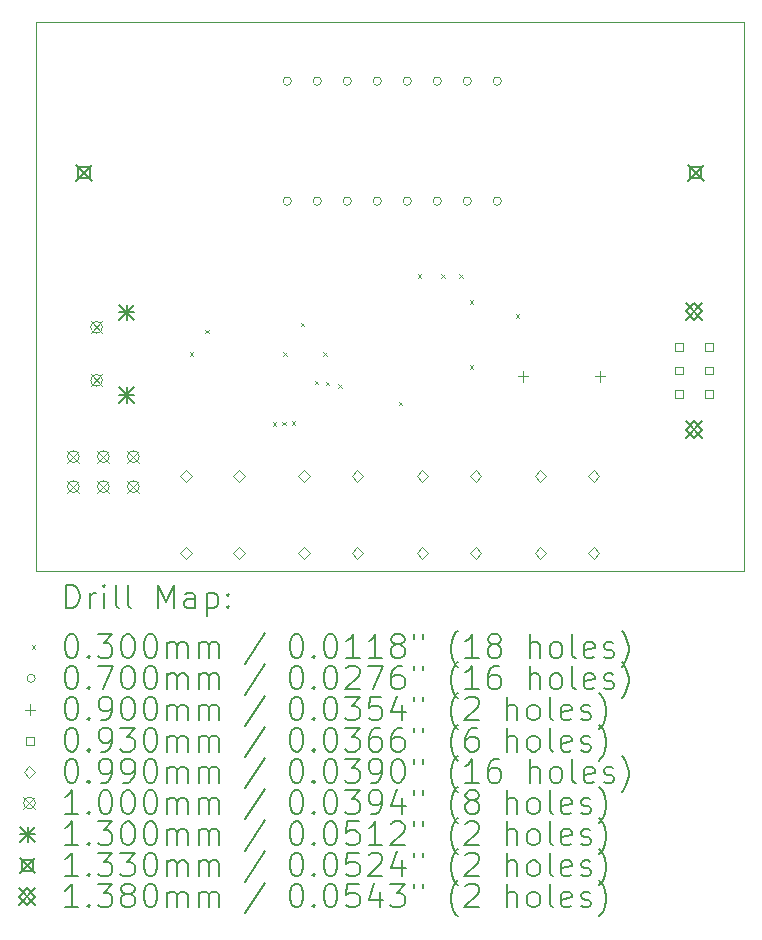
<source format=gbr>
%TF.GenerationSoftware,KiCad,Pcbnew,8.0.0*%
%TF.CreationDate,2024-09-20T11:38:57+02:00*%
%TF.ProjectId,counter-timer,636f756e-7465-4722-9d74-696d65722e6b,rev?*%
%TF.SameCoordinates,Original*%
%TF.FileFunction,Drillmap*%
%TF.FilePolarity,Positive*%
%FSLAX45Y45*%
G04 Gerber Fmt 4.5, Leading zero omitted, Abs format (unit mm)*
G04 Created by KiCad (PCBNEW 8.0.0) date 2024-09-20 11:38:57*
%MOMM*%
%LPD*%
G01*
G04 APERTURE LIST*
%ADD10C,0.050000*%
%ADD11C,0.200000*%
%ADD12C,0.100000*%
%ADD13C,0.130000*%
%ADD14C,0.133000*%
%ADD15C,0.138000*%
G04 APERTURE END LIST*
D10*
X4350000Y-2350000D02*
X10350000Y-2350000D01*
X10350000Y-7000000D01*
X4350000Y-7000000D01*
X4350000Y-2350000D01*
D11*
D12*
X5655000Y-5145000D02*
X5685000Y-5175000D01*
X5685000Y-5145000D02*
X5655000Y-5175000D01*
X5785000Y-4955000D02*
X5815000Y-4985000D01*
X5815000Y-4955000D02*
X5785000Y-4985000D01*
X6357512Y-5736272D02*
X6387512Y-5766272D01*
X6387512Y-5736272D02*
X6357512Y-5766272D01*
X6437426Y-5732573D02*
X6467426Y-5762573D01*
X6467426Y-5732573D02*
X6437426Y-5762573D01*
X6445000Y-5145000D02*
X6475000Y-5175000D01*
X6475000Y-5145000D02*
X6445000Y-5175000D01*
X6520554Y-5730848D02*
X6550554Y-5760848D01*
X6550554Y-5730848D02*
X6520554Y-5760848D01*
X6595000Y-4895000D02*
X6625000Y-4925000D01*
X6625000Y-4895000D02*
X6595000Y-4925000D01*
X6714133Y-5385867D02*
X6744133Y-5415867D01*
X6744133Y-5385867D02*
X6714133Y-5415867D01*
X6785000Y-5145000D02*
X6815000Y-5175000D01*
X6815000Y-5145000D02*
X6785000Y-5175000D01*
X6806559Y-5393441D02*
X6836559Y-5423441D01*
X6836559Y-5393441D02*
X6806559Y-5423441D01*
X6913986Y-5416014D02*
X6943986Y-5446014D01*
X6943986Y-5416014D02*
X6913986Y-5446014D01*
X7425000Y-5565000D02*
X7455000Y-5595000D01*
X7455000Y-5565000D02*
X7425000Y-5595000D01*
X7585000Y-4485000D02*
X7615000Y-4515000D01*
X7615000Y-4485000D02*
X7585000Y-4515000D01*
X7785000Y-4485000D02*
X7815000Y-4515000D01*
X7815000Y-4485000D02*
X7785000Y-4515000D01*
X7935000Y-4485000D02*
X7965000Y-4515000D01*
X7965000Y-4485000D02*
X7935000Y-4515000D01*
X8025000Y-4705000D02*
X8055000Y-4735000D01*
X8055000Y-4705000D02*
X8025000Y-4735000D01*
X8025000Y-5255000D02*
X8055000Y-5285000D01*
X8055000Y-5255000D02*
X8025000Y-5285000D01*
X8415000Y-4825000D02*
X8445000Y-4855000D01*
X8445000Y-4825000D02*
X8415000Y-4855000D01*
X6515000Y-2850000D02*
G75*
G02*
X6445000Y-2850000I-35000J0D01*
G01*
X6445000Y-2850000D02*
G75*
G02*
X6515000Y-2850000I35000J0D01*
G01*
X6515000Y-3866000D02*
G75*
G02*
X6445000Y-3866000I-35000J0D01*
G01*
X6445000Y-3866000D02*
G75*
G02*
X6515000Y-3866000I35000J0D01*
G01*
X6769000Y-2850000D02*
G75*
G02*
X6699000Y-2850000I-35000J0D01*
G01*
X6699000Y-2850000D02*
G75*
G02*
X6769000Y-2850000I35000J0D01*
G01*
X6769000Y-3866000D02*
G75*
G02*
X6699000Y-3866000I-35000J0D01*
G01*
X6699000Y-3866000D02*
G75*
G02*
X6769000Y-3866000I35000J0D01*
G01*
X7023000Y-2850000D02*
G75*
G02*
X6953000Y-2850000I-35000J0D01*
G01*
X6953000Y-2850000D02*
G75*
G02*
X7023000Y-2850000I35000J0D01*
G01*
X7023000Y-3866000D02*
G75*
G02*
X6953000Y-3866000I-35000J0D01*
G01*
X6953000Y-3866000D02*
G75*
G02*
X7023000Y-3866000I35000J0D01*
G01*
X7277000Y-2850000D02*
G75*
G02*
X7207000Y-2850000I-35000J0D01*
G01*
X7207000Y-2850000D02*
G75*
G02*
X7277000Y-2850000I35000J0D01*
G01*
X7277000Y-3866000D02*
G75*
G02*
X7207000Y-3866000I-35000J0D01*
G01*
X7207000Y-3866000D02*
G75*
G02*
X7277000Y-3866000I35000J0D01*
G01*
X7531000Y-2850000D02*
G75*
G02*
X7461000Y-2850000I-35000J0D01*
G01*
X7461000Y-2850000D02*
G75*
G02*
X7531000Y-2850000I35000J0D01*
G01*
X7531000Y-3866000D02*
G75*
G02*
X7461000Y-3866000I-35000J0D01*
G01*
X7461000Y-3866000D02*
G75*
G02*
X7531000Y-3866000I35000J0D01*
G01*
X7785000Y-2850000D02*
G75*
G02*
X7715000Y-2850000I-35000J0D01*
G01*
X7715000Y-2850000D02*
G75*
G02*
X7785000Y-2850000I35000J0D01*
G01*
X7785000Y-3866000D02*
G75*
G02*
X7715000Y-3866000I-35000J0D01*
G01*
X7715000Y-3866000D02*
G75*
G02*
X7785000Y-3866000I35000J0D01*
G01*
X8039000Y-2850000D02*
G75*
G02*
X7969000Y-2850000I-35000J0D01*
G01*
X7969000Y-2850000D02*
G75*
G02*
X8039000Y-2850000I35000J0D01*
G01*
X8039000Y-3866000D02*
G75*
G02*
X7969000Y-3866000I-35000J0D01*
G01*
X7969000Y-3866000D02*
G75*
G02*
X8039000Y-3866000I35000J0D01*
G01*
X8293000Y-2850000D02*
G75*
G02*
X8223000Y-2850000I-35000J0D01*
G01*
X8223000Y-2850000D02*
G75*
G02*
X8293000Y-2850000I35000J0D01*
G01*
X8293000Y-3866000D02*
G75*
G02*
X8223000Y-3866000I-35000J0D01*
G01*
X8223000Y-3866000D02*
G75*
G02*
X8293000Y-3866000I35000J0D01*
G01*
X8477500Y-5305000D02*
X8477500Y-5395000D01*
X8432500Y-5350000D02*
X8522500Y-5350000D01*
X9127500Y-5305000D02*
X9127500Y-5395000D01*
X9082500Y-5350000D02*
X9172500Y-5350000D01*
X9832881Y-5132881D02*
X9832881Y-5067119D01*
X9767119Y-5067119D01*
X9767119Y-5132881D01*
X9832881Y-5132881D01*
X9832881Y-5332881D02*
X9832881Y-5267119D01*
X9767119Y-5267119D01*
X9767119Y-5332881D01*
X9832881Y-5332881D01*
X9832881Y-5532881D02*
X9832881Y-5467119D01*
X9767119Y-5467119D01*
X9767119Y-5532881D01*
X9832881Y-5532881D01*
X10082881Y-5132881D02*
X10082881Y-5067119D01*
X10017119Y-5067119D01*
X10017119Y-5132881D01*
X10082881Y-5132881D01*
X10082881Y-5332881D02*
X10082881Y-5267119D01*
X10017119Y-5267119D01*
X10017119Y-5332881D01*
X10082881Y-5332881D01*
X10082881Y-5532881D02*
X10082881Y-5467119D01*
X10017119Y-5467119D01*
X10017119Y-5532881D01*
X10082881Y-5532881D01*
X5625000Y-6243500D02*
X5674500Y-6194000D01*
X5625000Y-6144500D01*
X5575500Y-6194000D01*
X5625000Y-6243500D01*
X5625000Y-6893500D02*
X5674500Y-6844000D01*
X5625000Y-6794500D01*
X5575500Y-6844000D01*
X5625000Y-6893500D01*
X6075000Y-6243500D02*
X6124500Y-6194000D01*
X6075000Y-6144500D01*
X6025500Y-6194000D01*
X6075000Y-6243500D01*
X6075000Y-6893500D02*
X6124500Y-6844000D01*
X6075000Y-6794500D01*
X6025500Y-6844000D01*
X6075000Y-6893500D01*
X6625000Y-6243500D02*
X6674500Y-6194000D01*
X6625000Y-6144500D01*
X6575500Y-6194000D01*
X6625000Y-6243500D01*
X6625000Y-6893500D02*
X6674500Y-6844000D01*
X6625000Y-6794500D01*
X6575500Y-6844000D01*
X6625000Y-6893500D01*
X7075000Y-6243500D02*
X7124500Y-6194000D01*
X7075000Y-6144500D01*
X7025500Y-6194000D01*
X7075000Y-6243500D01*
X7075000Y-6893500D02*
X7124500Y-6844000D01*
X7075000Y-6794500D01*
X7025500Y-6844000D01*
X7075000Y-6893500D01*
X7625000Y-6243500D02*
X7674500Y-6194000D01*
X7625000Y-6144500D01*
X7575500Y-6194000D01*
X7625000Y-6243500D01*
X7625000Y-6893500D02*
X7674500Y-6844000D01*
X7625000Y-6794500D01*
X7575500Y-6844000D01*
X7625000Y-6893500D01*
X8075000Y-6243500D02*
X8124500Y-6194000D01*
X8075000Y-6144500D01*
X8025500Y-6194000D01*
X8075000Y-6243500D01*
X8075000Y-6893500D02*
X8124500Y-6844000D01*
X8075000Y-6794500D01*
X8025500Y-6844000D01*
X8075000Y-6893500D01*
X8625000Y-6243500D02*
X8674500Y-6194000D01*
X8625000Y-6144500D01*
X8575500Y-6194000D01*
X8625000Y-6243500D01*
X8625000Y-6893500D02*
X8674500Y-6844000D01*
X8625000Y-6794500D01*
X8575500Y-6844000D01*
X8625000Y-6893500D01*
X9075000Y-6243500D02*
X9124500Y-6194000D01*
X9075000Y-6144500D01*
X9025500Y-6194000D01*
X9075000Y-6243500D01*
X9075000Y-6893500D02*
X9124500Y-6844000D01*
X9075000Y-6794500D01*
X9025500Y-6844000D01*
X9075000Y-6893500D01*
X4620000Y-5980000D02*
X4720000Y-6080000D01*
X4720000Y-5980000D02*
X4620000Y-6080000D01*
X4720000Y-6030000D02*
G75*
G02*
X4620000Y-6030000I-50000J0D01*
G01*
X4620000Y-6030000D02*
G75*
G02*
X4720000Y-6030000I50000J0D01*
G01*
X4620000Y-6234000D02*
X4720000Y-6334000D01*
X4720000Y-6234000D02*
X4620000Y-6334000D01*
X4720000Y-6284000D02*
G75*
G02*
X4620000Y-6284000I-50000J0D01*
G01*
X4620000Y-6284000D02*
G75*
G02*
X4720000Y-6284000I50000J0D01*
G01*
X4816250Y-4883750D02*
X4916250Y-4983750D01*
X4916250Y-4883750D02*
X4816250Y-4983750D01*
X4916250Y-4933750D02*
G75*
G02*
X4816250Y-4933750I-50000J0D01*
G01*
X4816250Y-4933750D02*
G75*
G02*
X4916250Y-4933750I50000J0D01*
G01*
X4816250Y-5333750D02*
X4916250Y-5433750D01*
X4916250Y-5333750D02*
X4816250Y-5433750D01*
X4916250Y-5383750D02*
G75*
G02*
X4816250Y-5383750I-50000J0D01*
G01*
X4816250Y-5383750D02*
G75*
G02*
X4916250Y-5383750I50000J0D01*
G01*
X4874000Y-5980000D02*
X4974000Y-6080000D01*
X4974000Y-5980000D02*
X4874000Y-6080000D01*
X4974000Y-6030000D02*
G75*
G02*
X4874000Y-6030000I-50000J0D01*
G01*
X4874000Y-6030000D02*
G75*
G02*
X4974000Y-6030000I50000J0D01*
G01*
X4874000Y-6234000D02*
X4974000Y-6334000D01*
X4974000Y-6234000D02*
X4874000Y-6334000D01*
X4974000Y-6284000D02*
G75*
G02*
X4874000Y-6284000I-50000J0D01*
G01*
X4874000Y-6284000D02*
G75*
G02*
X4974000Y-6284000I50000J0D01*
G01*
X5128000Y-5980000D02*
X5228000Y-6080000D01*
X5228000Y-5980000D02*
X5128000Y-6080000D01*
X5228000Y-6030000D02*
G75*
G02*
X5128000Y-6030000I-50000J0D01*
G01*
X5128000Y-6030000D02*
G75*
G02*
X5228000Y-6030000I50000J0D01*
G01*
X5128000Y-6234000D02*
X5228000Y-6334000D01*
X5228000Y-6234000D02*
X5128000Y-6334000D01*
X5228000Y-6284000D02*
G75*
G02*
X5128000Y-6284000I-50000J0D01*
G01*
X5128000Y-6284000D02*
G75*
G02*
X5228000Y-6284000I50000J0D01*
G01*
D13*
X5056250Y-4743750D02*
X5186250Y-4873750D01*
X5186250Y-4743750D02*
X5056250Y-4873750D01*
X5121250Y-4743750D02*
X5121250Y-4873750D01*
X5056250Y-4808750D02*
X5186250Y-4808750D01*
X5056250Y-5443750D02*
X5186250Y-5573750D01*
X5186250Y-5443750D02*
X5056250Y-5573750D01*
X5121250Y-5443750D02*
X5121250Y-5573750D01*
X5056250Y-5508750D02*
X5186250Y-5508750D01*
D14*
X4693500Y-3558500D02*
X4826500Y-3691500D01*
X4826500Y-3558500D02*
X4693500Y-3691500D01*
X4807023Y-3672023D02*
X4807023Y-3577977D01*
X4712977Y-3577977D01*
X4712977Y-3672023D01*
X4807023Y-3672023D01*
X9873500Y-3558500D02*
X10006500Y-3691500D01*
X10006500Y-3558500D02*
X9873500Y-3691500D01*
X9987023Y-3672023D02*
X9987023Y-3577977D01*
X9892977Y-3577977D01*
X9892977Y-3672023D01*
X9987023Y-3672023D01*
D15*
X9856000Y-4731000D02*
X9994000Y-4869000D01*
X9994000Y-4731000D02*
X9856000Y-4869000D01*
X9925000Y-4869000D02*
X9994000Y-4800000D01*
X9925000Y-4731000D01*
X9856000Y-4800000D01*
X9925000Y-4869000D01*
X9856000Y-5731000D02*
X9994000Y-5869000D01*
X9994000Y-5731000D02*
X9856000Y-5869000D01*
X9925000Y-5869000D02*
X9994000Y-5800000D01*
X9925000Y-5731000D01*
X9856000Y-5800000D01*
X9925000Y-5869000D01*
D11*
X4608277Y-7313984D02*
X4608277Y-7113984D01*
X4608277Y-7113984D02*
X4655896Y-7113984D01*
X4655896Y-7113984D02*
X4684467Y-7123508D01*
X4684467Y-7123508D02*
X4703515Y-7142555D01*
X4703515Y-7142555D02*
X4713039Y-7161603D01*
X4713039Y-7161603D02*
X4722563Y-7199698D01*
X4722563Y-7199698D02*
X4722563Y-7228269D01*
X4722563Y-7228269D02*
X4713039Y-7266365D01*
X4713039Y-7266365D02*
X4703515Y-7285412D01*
X4703515Y-7285412D02*
X4684467Y-7304460D01*
X4684467Y-7304460D02*
X4655896Y-7313984D01*
X4655896Y-7313984D02*
X4608277Y-7313984D01*
X4808277Y-7313984D02*
X4808277Y-7180650D01*
X4808277Y-7218746D02*
X4817801Y-7199698D01*
X4817801Y-7199698D02*
X4827324Y-7190174D01*
X4827324Y-7190174D02*
X4846372Y-7180650D01*
X4846372Y-7180650D02*
X4865420Y-7180650D01*
X4932086Y-7313984D02*
X4932086Y-7180650D01*
X4932086Y-7113984D02*
X4922563Y-7123508D01*
X4922563Y-7123508D02*
X4932086Y-7133031D01*
X4932086Y-7133031D02*
X4941610Y-7123508D01*
X4941610Y-7123508D02*
X4932086Y-7113984D01*
X4932086Y-7113984D02*
X4932086Y-7133031D01*
X5055896Y-7313984D02*
X5036848Y-7304460D01*
X5036848Y-7304460D02*
X5027324Y-7285412D01*
X5027324Y-7285412D02*
X5027324Y-7113984D01*
X5160658Y-7313984D02*
X5141610Y-7304460D01*
X5141610Y-7304460D02*
X5132086Y-7285412D01*
X5132086Y-7285412D02*
X5132086Y-7113984D01*
X5389229Y-7313984D02*
X5389229Y-7113984D01*
X5389229Y-7113984D02*
X5455896Y-7256841D01*
X5455896Y-7256841D02*
X5522563Y-7113984D01*
X5522563Y-7113984D02*
X5522563Y-7313984D01*
X5703515Y-7313984D02*
X5703515Y-7209222D01*
X5703515Y-7209222D02*
X5693991Y-7190174D01*
X5693991Y-7190174D02*
X5674943Y-7180650D01*
X5674943Y-7180650D02*
X5636848Y-7180650D01*
X5636848Y-7180650D02*
X5617801Y-7190174D01*
X5703515Y-7304460D02*
X5684467Y-7313984D01*
X5684467Y-7313984D02*
X5636848Y-7313984D01*
X5636848Y-7313984D02*
X5617801Y-7304460D01*
X5617801Y-7304460D02*
X5608277Y-7285412D01*
X5608277Y-7285412D02*
X5608277Y-7266365D01*
X5608277Y-7266365D02*
X5617801Y-7247317D01*
X5617801Y-7247317D02*
X5636848Y-7237793D01*
X5636848Y-7237793D02*
X5684467Y-7237793D01*
X5684467Y-7237793D02*
X5703515Y-7228269D01*
X5798753Y-7180650D02*
X5798753Y-7380650D01*
X5798753Y-7190174D02*
X5817801Y-7180650D01*
X5817801Y-7180650D02*
X5855896Y-7180650D01*
X5855896Y-7180650D02*
X5874943Y-7190174D01*
X5874943Y-7190174D02*
X5884467Y-7199698D01*
X5884467Y-7199698D02*
X5893991Y-7218746D01*
X5893991Y-7218746D02*
X5893991Y-7275888D01*
X5893991Y-7275888D02*
X5884467Y-7294936D01*
X5884467Y-7294936D02*
X5874943Y-7304460D01*
X5874943Y-7304460D02*
X5855896Y-7313984D01*
X5855896Y-7313984D02*
X5817801Y-7313984D01*
X5817801Y-7313984D02*
X5798753Y-7304460D01*
X5979705Y-7294936D02*
X5989229Y-7304460D01*
X5989229Y-7304460D02*
X5979705Y-7313984D01*
X5979705Y-7313984D02*
X5970182Y-7304460D01*
X5970182Y-7304460D02*
X5979705Y-7294936D01*
X5979705Y-7294936D02*
X5979705Y-7313984D01*
X5979705Y-7190174D02*
X5989229Y-7199698D01*
X5989229Y-7199698D02*
X5979705Y-7209222D01*
X5979705Y-7209222D02*
X5970182Y-7199698D01*
X5970182Y-7199698D02*
X5979705Y-7190174D01*
X5979705Y-7190174D02*
X5979705Y-7209222D01*
D12*
X4317500Y-7627500D02*
X4347500Y-7657500D01*
X4347500Y-7627500D02*
X4317500Y-7657500D01*
D11*
X4646372Y-7533984D02*
X4665420Y-7533984D01*
X4665420Y-7533984D02*
X4684467Y-7543508D01*
X4684467Y-7543508D02*
X4693991Y-7553031D01*
X4693991Y-7553031D02*
X4703515Y-7572079D01*
X4703515Y-7572079D02*
X4713039Y-7610174D01*
X4713039Y-7610174D02*
X4713039Y-7657793D01*
X4713039Y-7657793D02*
X4703515Y-7695888D01*
X4703515Y-7695888D02*
X4693991Y-7714936D01*
X4693991Y-7714936D02*
X4684467Y-7724460D01*
X4684467Y-7724460D02*
X4665420Y-7733984D01*
X4665420Y-7733984D02*
X4646372Y-7733984D01*
X4646372Y-7733984D02*
X4627324Y-7724460D01*
X4627324Y-7724460D02*
X4617801Y-7714936D01*
X4617801Y-7714936D02*
X4608277Y-7695888D01*
X4608277Y-7695888D02*
X4598753Y-7657793D01*
X4598753Y-7657793D02*
X4598753Y-7610174D01*
X4598753Y-7610174D02*
X4608277Y-7572079D01*
X4608277Y-7572079D02*
X4617801Y-7553031D01*
X4617801Y-7553031D02*
X4627324Y-7543508D01*
X4627324Y-7543508D02*
X4646372Y-7533984D01*
X4798753Y-7714936D02*
X4808277Y-7724460D01*
X4808277Y-7724460D02*
X4798753Y-7733984D01*
X4798753Y-7733984D02*
X4789229Y-7724460D01*
X4789229Y-7724460D02*
X4798753Y-7714936D01*
X4798753Y-7714936D02*
X4798753Y-7733984D01*
X4874944Y-7533984D02*
X4998753Y-7533984D01*
X4998753Y-7533984D02*
X4932086Y-7610174D01*
X4932086Y-7610174D02*
X4960658Y-7610174D01*
X4960658Y-7610174D02*
X4979705Y-7619698D01*
X4979705Y-7619698D02*
X4989229Y-7629222D01*
X4989229Y-7629222D02*
X4998753Y-7648269D01*
X4998753Y-7648269D02*
X4998753Y-7695888D01*
X4998753Y-7695888D02*
X4989229Y-7714936D01*
X4989229Y-7714936D02*
X4979705Y-7724460D01*
X4979705Y-7724460D02*
X4960658Y-7733984D01*
X4960658Y-7733984D02*
X4903515Y-7733984D01*
X4903515Y-7733984D02*
X4884467Y-7724460D01*
X4884467Y-7724460D02*
X4874944Y-7714936D01*
X5122563Y-7533984D02*
X5141610Y-7533984D01*
X5141610Y-7533984D02*
X5160658Y-7543508D01*
X5160658Y-7543508D02*
X5170182Y-7553031D01*
X5170182Y-7553031D02*
X5179705Y-7572079D01*
X5179705Y-7572079D02*
X5189229Y-7610174D01*
X5189229Y-7610174D02*
X5189229Y-7657793D01*
X5189229Y-7657793D02*
X5179705Y-7695888D01*
X5179705Y-7695888D02*
X5170182Y-7714936D01*
X5170182Y-7714936D02*
X5160658Y-7724460D01*
X5160658Y-7724460D02*
X5141610Y-7733984D01*
X5141610Y-7733984D02*
X5122563Y-7733984D01*
X5122563Y-7733984D02*
X5103515Y-7724460D01*
X5103515Y-7724460D02*
X5093991Y-7714936D01*
X5093991Y-7714936D02*
X5084467Y-7695888D01*
X5084467Y-7695888D02*
X5074944Y-7657793D01*
X5074944Y-7657793D02*
X5074944Y-7610174D01*
X5074944Y-7610174D02*
X5084467Y-7572079D01*
X5084467Y-7572079D02*
X5093991Y-7553031D01*
X5093991Y-7553031D02*
X5103515Y-7543508D01*
X5103515Y-7543508D02*
X5122563Y-7533984D01*
X5313039Y-7533984D02*
X5332086Y-7533984D01*
X5332086Y-7533984D02*
X5351134Y-7543508D01*
X5351134Y-7543508D02*
X5360658Y-7553031D01*
X5360658Y-7553031D02*
X5370182Y-7572079D01*
X5370182Y-7572079D02*
X5379705Y-7610174D01*
X5379705Y-7610174D02*
X5379705Y-7657793D01*
X5379705Y-7657793D02*
X5370182Y-7695888D01*
X5370182Y-7695888D02*
X5360658Y-7714936D01*
X5360658Y-7714936D02*
X5351134Y-7724460D01*
X5351134Y-7724460D02*
X5332086Y-7733984D01*
X5332086Y-7733984D02*
X5313039Y-7733984D01*
X5313039Y-7733984D02*
X5293991Y-7724460D01*
X5293991Y-7724460D02*
X5284467Y-7714936D01*
X5284467Y-7714936D02*
X5274944Y-7695888D01*
X5274944Y-7695888D02*
X5265420Y-7657793D01*
X5265420Y-7657793D02*
X5265420Y-7610174D01*
X5265420Y-7610174D02*
X5274944Y-7572079D01*
X5274944Y-7572079D02*
X5284467Y-7553031D01*
X5284467Y-7553031D02*
X5293991Y-7543508D01*
X5293991Y-7543508D02*
X5313039Y-7533984D01*
X5465420Y-7733984D02*
X5465420Y-7600650D01*
X5465420Y-7619698D02*
X5474944Y-7610174D01*
X5474944Y-7610174D02*
X5493991Y-7600650D01*
X5493991Y-7600650D02*
X5522563Y-7600650D01*
X5522563Y-7600650D02*
X5541610Y-7610174D01*
X5541610Y-7610174D02*
X5551134Y-7629222D01*
X5551134Y-7629222D02*
X5551134Y-7733984D01*
X5551134Y-7629222D02*
X5560658Y-7610174D01*
X5560658Y-7610174D02*
X5579705Y-7600650D01*
X5579705Y-7600650D02*
X5608277Y-7600650D01*
X5608277Y-7600650D02*
X5627324Y-7610174D01*
X5627324Y-7610174D02*
X5636848Y-7629222D01*
X5636848Y-7629222D02*
X5636848Y-7733984D01*
X5732086Y-7733984D02*
X5732086Y-7600650D01*
X5732086Y-7619698D02*
X5741610Y-7610174D01*
X5741610Y-7610174D02*
X5760658Y-7600650D01*
X5760658Y-7600650D02*
X5789229Y-7600650D01*
X5789229Y-7600650D02*
X5808277Y-7610174D01*
X5808277Y-7610174D02*
X5817801Y-7629222D01*
X5817801Y-7629222D02*
X5817801Y-7733984D01*
X5817801Y-7629222D02*
X5827324Y-7610174D01*
X5827324Y-7610174D02*
X5846372Y-7600650D01*
X5846372Y-7600650D02*
X5874943Y-7600650D01*
X5874943Y-7600650D02*
X5893991Y-7610174D01*
X5893991Y-7610174D02*
X5903515Y-7629222D01*
X5903515Y-7629222D02*
X5903515Y-7733984D01*
X6293991Y-7524460D02*
X6122563Y-7781603D01*
X6551134Y-7533984D02*
X6570182Y-7533984D01*
X6570182Y-7533984D02*
X6589229Y-7543508D01*
X6589229Y-7543508D02*
X6598753Y-7553031D01*
X6598753Y-7553031D02*
X6608277Y-7572079D01*
X6608277Y-7572079D02*
X6617801Y-7610174D01*
X6617801Y-7610174D02*
X6617801Y-7657793D01*
X6617801Y-7657793D02*
X6608277Y-7695888D01*
X6608277Y-7695888D02*
X6598753Y-7714936D01*
X6598753Y-7714936D02*
X6589229Y-7724460D01*
X6589229Y-7724460D02*
X6570182Y-7733984D01*
X6570182Y-7733984D02*
X6551134Y-7733984D01*
X6551134Y-7733984D02*
X6532086Y-7724460D01*
X6532086Y-7724460D02*
X6522563Y-7714936D01*
X6522563Y-7714936D02*
X6513039Y-7695888D01*
X6513039Y-7695888D02*
X6503515Y-7657793D01*
X6503515Y-7657793D02*
X6503515Y-7610174D01*
X6503515Y-7610174D02*
X6513039Y-7572079D01*
X6513039Y-7572079D02*
X6522563Y-7553031D01*
X6522563Y-7553031D02*
X6532086Y-7543508D01*
X6532086Y-7543508D02*
X6551134Y-7533984D01*
X6703515Y-7714936D02*
X6713039Y-7724460D01*
X6713039Y-7724460D02*
X6703515Y-7733984D01*
X6703515Y-7733984D02*
X6693991Y-7724460D01*
X6693991Y-7724460D02*
X6703515Y-7714936D01*
X6703515Y-7714936D02*
X6703515Y-7733984D01*
X6836848Y-7533984D02*
X6855896Y-7533984D01*
X6855896Y-7533984D02*
X6874944Y-7543508D01*
X6874944Y-7543508D02*
X6884467Y-7553031D01*
X6884467Y-7553031D02*
X6893991Y-7572079D01*
X6893991Y-7572079D02*
X6903515Y-7610174D01*
X6903515Y-7610174D02*
X6903515Y-7657793D01*
X6903515Y-7657793D02*
X6893991Y-7695888D01*
X6893991Y-7695888D02*
X6884467Y-7714936D01*
X6884467Y-7714936D02*
X6874944Y-7724460D01*
X6874944Y-7724460D02*
X6855896Y-7733984D01*
X6855896Y-7733984D02*
X6836848Y-7733984D01*
X6836848Y-7733984D02*
X6817801Y-7724460D01*
X6817801Y-7724460D02*
X6808277Y-7714936D01*
X6808277Y-7714936D02*
X6798753Y-7695888D01*
X6798753Y-7695888D02*
X6789229Y-7657793D01*
X6789229Y-7657793D02*
X6789229Y-7610174D01*
X6789229Y-7610174D02*
X6798753Y-7572079D01*
X6798753Y-7572079D02*
X6808277Y-7553031D01*
X6808277Y-7553031D02*
X6817801Y-7543508D01*
X6817801Y-7543508D02*
X6836848Y-7533984D01*
X7093991Y-7733984D02*
X6979706Y-7733984D01*
X7036848Y-7733984D02*
X7036848Y-7533984D01*
X7036848Y-7533984D02*
X7017801Y-7562555D01*
X7017801Y-7562555D02*
X6998753Y-7581603D01*
X6998753Y-7581603D02*
X6979706Y-7591127D01*
X7284467Y-7733984D02*
X7170182Y-7733984D01*
X7227325Y-7733984D02*
X7227325Y-7533984D01*
X7227325Y-7533984D02*
X7208277Y-7562555D01*
X7208277Y-7562555D02*
X7189229Y-7581603D01*
X7189229Y-7581603D02*
X7170182Y-7591127D01*
X7398753Y-7619698D02*
X7379706Y-7610174D01*
X7379706Y-7610174D02*
X7370182Y-7600650D01*
X7370182Y-7600650D02*
X7360658Y-7581603D01*
X7360658Y-7581603D02*
X7360658Y-7572079D01*
X7360658Y-7572079D02*
X7370182Y-7553031D01*
X7370182Y-7553031D02*
X7379706Y-7543508D01*
X7379706Y-7543508D02*
X7398753Y-7533984D01*
X7398753Y-7533984D02*
X7436848Y-7533984D01*
X7436848Y-7533984D02*
X7455896Y-7543508D01*
X7455896Y-7543508D02*
X7465420Y-7553031D01*
X7465420Y-7553031D02*
X7474944Y-7572079D01*
X7474944Y-7572079D02*
X7474944Y-7581603D01*
X7474944Y-7581603D02*
X7465420Y-7600650D01*
X7465420Y-7600650D02*
X7455896Y-7610174D01*
X7455896Y-7610174D02*
X7436848Y-7619698D01*
X7436848Y-7619698D02*
X7398753Y-7619698D01*
X7398753Y-7619698D02*
X7379706Y-7629222D01*
X7379706Y-7629222D02*
X7370182Y-7638746D01*
X7370182Y-7638746D02*
X7360658Y-7657793D01*
X7360658Y-7657793D02*
X7360658Y-7695888D01*
X7360658Y-7695888D02*
X7370182Y-7714936D01*
X7370182Y-7714936D02*
X7379706Y-7724460D01*
X7379706Y-7724460D02*
X7398753Y-7733984D01*
X7398753Y-7733984D02*
X7436848Y-7733984D01*
X7436848Y-7733984D02*
X7455896Y-7724460D01*
X7455896Y-7724460D02*
X7465420Y-7714936D01*
X7465420Y-7714936D02*
X7474944Y-7695888D01*
X7474944Y-7695888D02*
X7474944Y-7657793D01*
X7474944Y-7657793D02*
X7465420Y-7638746D01*
X7465420Y-7638746D02*
X7455896Y-7629222D01*
X7455896Y-7629222D02*
X7436848Y-7619698D01*
X7551134Y-7533984D02*
X7551134Y-7572079D01*
X7627325Y-7533984D02*
X7627325Y-7572079D01*
X7922563Y-7810174D02*
X7913039Y-7800650D01*
X7913039Y-7800650D02*
X7893991Y-7772079D01*
X7893991Y-7772079D02*
X7884468Y-7753031D01*
X7884468Y-7753031D02*
X7874944Y-7724460D01*
X7874944Y-7724460D02*
X7865420Y-7676841D01*
X7865420Y-7676841D02*
X7865420Y-7638746D01*
X7865420Y-7638746D02*
X7874944Y-7591127D01*
X7874944Y-7591127D02*
X7884468Y-7562555D01*
X7884468Y-7562555D02*
X7893991Y-7543508D01*
X7893991Y-7543508D02*
X7913039Y-7514936D01*
X7913039Y-7514936D02*
X7922563Y-7505412D01*
X8103515Y-7733984D02*
X7989229Y-7733984D01*
X8046372Y-7733984D02*
X8046372Y-7533984D01*
X8046372Y-7533984D02*
X8027325Y-7562555D01*
X8027325Y-7562555D02*
X8008277Y-7581603D01*
X8008277Y-7581603D02*
X7989229Y-7591127D01*
X8217801Y-7619698D02*
X8198753Y-7610174D01*
X8198753Y-7610174D02*
X8189229Y-7600650D01*
X8189229Y-7600650D02*
X8179706Y-7581603D01*
X8179706Y-7581603D02*
X8179706Y-7572079D01*
X8179706Y-7572079D02*
X8189229Y-7553031D01*
X8189229Y-7553031D02*
X8198753Y-7543508D01*
X8198753Y-7543508D02*
X8217801Y-7533984D01*
X8217801Y-7533984D02*
X8255896Y-7533984D01*
X8255896Y-7533984D02*
X8274944Y-7543508D01*
X8274944Y-7543508D02*
X8284468Y-7553031D01*
X8284468Y-7553031D02*
X8293991Y-7572079D01*
X8293991Y-7572079D02*
X8293991Y-7581603D01*
X8293991Y-7581603D02*
X8284468Y-7600650D01*
X8284468Y-7600650D02*
X8274944Y-7610174D01*
X8274944Y-7610174D02*
X8255896Y-7619698D01*
X8255896Y-7619698D02*
X8217801Y-7619698D01*
X8217801Y-7619698D02*
X8198753Y-7629222D01*
X8198753Y-7629222D02*
X8189229Y-7638746D01*
X8189229Y-7638746D02*
X8179706Y-7657793D01*
X8179706Y-7657793D02*
X8179706Y-7695888D01*
X8179706Y-7695888D02*
X8189229Y-7714936D01*
X8189229Y-7714936D02*
X8198753Y-7724460D01*
X8198753Y-7724460D02*
X8217801Y-7733984D01*
X8217801Y-7733984D02*
X8255896Y-7733984D01*
X8255896Y-7733984D02*
X8274944Y-7724460D01*
X8274944Y-7724460D02*
X8284468Y-7714936D01*
X8284468Y-7714936D02*
X8293991Y-7695888D01*
X8293991Y-7695888D02*
X8293991Y-7657793D01*
X8293991Y-7657793D02*
X8284468Y-7638746D01*
X8284468Y-7638746D02*
X8274944Y-7629222D01*
X8274944Y-7629222D02*
X8255896Y-7619698D01*
X8532087Y-7733984D02*
X8532087Y-7533984D01*
X8617801Y-7733984D02*
X8617801Y-7629222D01*
X8617801Y-7629222D02*
X8608277Y-7610174D01*
X8608277Y-7610174D02*
X8589230Y-7600650D01*
X8589230Y-7600650D02*
X8560658Y-7600650D01*
X8560658Y-7600650D02*
X8541611Y-7610174D01*
X8541611Y-7610174D02*
X8532087Y-7619698D01*
X8741611Y-7733984D02*
X8722563Y-7724460D01*
X8722563Y-7724460D02*
X8713039Y-7714936D01*
X8713039Y-7714936D02*
X8703515Y-7695888D01*
X8703515Y-7695888D02*
X8703515Y-7638746D01*
X8703515Y-7638746D02*
X8713039Y-7619698D01*
X8713039Y-7619698D02*
X8722563Y-7610174D01*
X8722563Y-7610174D02*
X8741611Y-7600650D01*
X8741611Y-7600650D02*
X8770182Y-7600650D01*
X8770182Y-7600650D02*
X8789230Y-7610174D01*
X8789230Y-7610174D02*
X8798753Y-7619698D01*
X8798753Y-7619698D02*
X8808277Y-7638746D01*
X8808277Y-7638746D02*
X8808277Y-7695888D01*
X8808277Y-7695888D02*
X8798753Y-7714936D01*
X8798753Y-7714936D02*
X8789230Y-7724460D01*
X8789230Y-7724460D02*
X8770182Y-7733984D01*
X8770182Y-7733984D02*
X8741611Y-7733984D01*
X8922563Y-7733984D02*
X8903515Y-7724460D01*
X8903515Y-7724460D02*
X8893992Y-7705412D01*
X8893992Y-7705412D02*
X8893992Y-7533984D01*
X9074944Y-7724460D02*
X9055896Y-7733984D01*
X9055896Y-7733984D02*
X9017801Y-7733984D01*
X9017801Y-7733984D02*
X8998753Y-7724460D01*
X8998753Y-7724460D02*
X8989230Y-7705412D01*
X8989230Y-7705412D02*
X8989230Y-7629222D01*
X8989230Y-7629222D02*
X8998753Y-7610174D01*
X8998753Y-7610174D02*
X9017801Y-7600650D01*
X9017801Y-7600650D02*
X9055896Y-7600650D01*
X9055896Y-7600650D02*
X9074944Y-7610174D01*
X9074944Y-7610174D02*
X9084468Y-7629222D01*
X9084468Y-7629222D02*
X9084468Y-7648269D01*
X9084468Y-7648269D02*
X8989230Y-7667317D01*
X9160658Y-7724460D02*
X9179706Y-7733984D01*
X9179706Y-7733984D02*
X9217801Y-7733984D01*
X9217801Y-7733984D02*
X9236849Y-7724460D01*
X9236849Y-7724460D02*
X9246373Y-7705412D01*
X9246373Y-7705412D02*
X9246373Y-7695888D01*
X9246373Y-7695888D02*
X9236849Y-7676841D01*
X9236849Y-7676841D02*
X9217801Y-7667317D01*
X9217801Y-7667317D02*
X9189230Y-7667317D01*
X9189230Y-7667317D02*
X9170182Y-7657793D01*
X9170182Y-7657793D02*
X9160658Y-7638746D01*
X9160658Y-7638746D02*
X9160658Y-7629222D01*
X9160658Y-7629222D02*
X9170182Y-7610174D01*
X9170182Y-7610174D02*
X9189230Y-7600650D01*
X9189230Y-7600650D02*
X9217801Y-7600650D01*
X9217801Y-7600650D02*
X9236849Y-7610174D01*
X9313039Y-7810174D02*
X9322563Y-7800650D01*
X9322563Y-7800650D02*
X9341611Y-7772079D01*
X9341611Y-7772079D02*
X9351134Y-7753031D01*
X9351134Y-7753031D02*
X9360658Y-7724460D01*
X9360658Y-7724460D02*
X9370182Y-7676841D01*
X9370182Y-7676841D02*
X9370182Y-7638746D01*
X9370182Y-7638746D02*
X9360658Y-7591127D01*
X9360658Y-7591127D02*
X9351134Y-7562555D01*
X9351134Y-7562555D02*
X9341611Y-7543508D01*
X9341611Y-7543508D02*
X9322563Y-7514936D01*
X9322563Y-7514936D02*
X9313039Y-7505412D01*
D12*
X4347500Y-7906500D02*
G75*
G02*
X4277500Y-7906500I-35000J0D01*
G01*
X4277500Y-7906500D02*
G75*
G02*
X4347500Y-7906500I35000J0D01*
G01*
D11*
X4646372Y-7797984D02*
X4665420Y-7797984D01*
X4665420Y-7797984D02*
X4684467Y-7807508D01*
X4684467Y-7807508D02*
X4693991Y-7817031D01*
X4693991Y-7817031D02*
X4703515Y-7836079D01*
X4703515Y-7836079D02*
X4713039Y-7874174D01*
X4713039Y-7874174D02*
X4713039Y-7921793D01*
X4713039Y-7921793D02*
X4703515Y-7959888D01*
X4703515Y-7959888D02*
X4693991Y-7978936D01*
X4693991Y-7978936D02*
X4684467Y-7988460D01*
X4684467Y-7988460D02*
X4665420Y-7997984D01*
X4665420Y-7997984D02*
X4646372Y-7997984D01*
X4646372Y-7997984D02*
X4627324Y-7988460D01*
X4627324Y-7988460D02*
X4617801Y-7978936D01*
X4617801Y-7978936D02*
X4608277Y-7959888D01*
X4608277Y-7959888D02*
X4598753Y-7921793D01*
X4598753Y-7921793D02*
X4598753Y-7874174D01*
X4598753Y-7874174D02*
X4608277Y-7836079D01*
X4608277Y-7836079D02*
X4617801Y-7817031D01*
X4617801Y-7817031D02*
X4627324Y-7807508D01*
X4627324Y-7807508D02*
X4646372Y-7797984D01*
X4798753Y-7978936D02*
X4808277Y-7988460D01*
X4808277Y-7988460D02*
X4798753Y-7997984D01*
X4798753Y-7997984D02*
X4789229Y-7988460D01*
X4789229Y-7988460D02*
X4798753Y-7978936D01*
X4798753Y-7978936D02*
X4798753Y-7997984D01*
X4874944Y-7797984D02*
X5008277Y-7797984D01*
X5008277Y-7797984D02*
X4922563Y-7997984D01*
X5122563Y-7797984D02*
X5141610Y-7797984D01*
X5141610Y-7797984D02*
X5160658Y-7807508D01*
X5160658Y-7807508D02*
X5170182Y-7817031D01*
X5170182Y-7817031D02*
X5179705Y-7836079D01*
X5179705Y-7836079D02*
X5189229Y-7874174D01*
X5189229Y-7874174D02*
X5189229Y-7921793D01*
X5189229Y-7921793D02*
X5179705Y-7959888D01*
X5179705Y-7959888D02*
X5170182Y-7978936D01*
X5170182Y-7978936D02*
X5160658Y-7988460D01*
X5160658Y-7988460D02*
X5141610Y-7997984D01*
X5141610Y-7997984D02*
X5122563Y-7997984D01*
X5122563Y-7997984D02*
X5103515Y-7988460D01*
X5103515Y-7988460D02*
X5093991Y-7978936D01*
X5093991Y-7978936D02*
X5084467Y-7959888D01*
X5084467Y-7959888D02*
X5074944Y-7921793D01*
X5074944Y-7921793D02*
X5074944Y-7874174D01*
X5074944Y-7874174D02*
X5084467Y-7836079D01*
X5084467Y-7836079D02*
X5093991Y-7817031D01*
X5093991Y-7817031D02*
X5103515Y-7807508D01*
X5103515Y-7807508D02*
X5122563Y-7797984D01*
X5313039Y-7797984D02*
X5332086Y-7797984D01*
X5332086Y-7797984D02*
X5351134Y-7807508D01*
X5351134Y-7807508D02*
X5360658Y-7817031D01*
X5360658Y-7817031D02*
X5370182Y-7836079D01*
X5370182Y-7836079D02*
X5379705Y-7874174D01*
X5379705Y-7874174D02*
X5379705Y-7921793D01*
X5379705Y-7921793D02*
X5370182Y-7959888D01*
X5370182Y-7959888D02*
X5360658Y-7978936D01*
X5360658Y-7978936D02*
X5351134Y-7988460D01*
X5351134Y-7988460D02*
X5332086Y-7997984D01*
X5332086Y-7997984D02*
X5313039Y-7997984D01*
X5313039Y-7997984D02*
X5293991Y-7988460D01*
X5293991Y-7988460D02*
X5284467Y-7978936D01*
X5284467Y-7978936D02*
X5274944Y-7959888D01*
X5274944Y-7959888D02*
X5265420Y-7921793D01*
X5265420Y-7921793D02*
X5265420Y-7874174D01*
X5265420Y-7874174D02*
X5274944Y-7836079D01*
X5274944Y-7836079D02*
X5284467Y-7817031D01*
X5284467Y-7817031D02*
X5293991Y-7807508D01*
X5293991Y-7807508D02*
X5313039Y-7797984D01*
X5465420Y-7997984D02*
X5465420Y-7864650D01*
X5465420Y-7883698D02*
X5474944Y-7874174D01*
X5474944Y-7874174D02*
X5493991Y-7864650D01*
X5493991Y-7864650D02*
X5522563Y-7864650D01*
X5522563Y-7864650D02*
X5541610Y-7874174D01*
X5541610Y-7874174D02*
X5551134Y-7893222D01*
X5551134Y-7893222D02*
X5551134Y-7997984D01*
X5551134Y-7893222D02*
X5560658Y-7874174D01*
X5560658Y-7874174D02*
X5579705Y-7864650D01*
X5579705Y-7864650D02*
X5608277Y-7864650D01*
X5608277Y-7864650D02*
X5627324Y-7874174D01*
X5627324Y-7874174D02*
X5636848Y-7893222D01*
X5636848Y-7893222D02*
X5636848Y-7997984D01*
X5732086Y-7997984D02*
X5732086Y-7864650D01*
X5732086Y-7883698D02*
X5741610Y-7874174D01*
X5741610Y-7874174D02*
X5760658Y-7864650D01*
X5760658Y-7864650D02*
X5789229Y-7864650D01*
X5789229Y-7864650D02*
X5808277Y-7874174D01*
X5808277Y-7874174D02*
X5817801Y-7893222D01*
X5817801Y-7893222D02*
X5817801Y-7997984D01*
X5817801Y-7893222D02*
X5827324Y-7874174D01*
X5827324Y-7874174D02*
X5846372Y-7864650D01*
X5846372Y-7864650D02*
X5874943Y-7864650D01*
X5874943Y-7864650D02*
X5893991Y-7874174D01*
X5893991Y-7874174D02*
X5903515Y-7893222D01*
X5903515Y-7893222D02*
X5903515Y-7997984D01*
X6293991Y-7788460D02*
X6122563Y-8045603D01*
X6551134Y-7797984D02*
X6570182Y-7797984D01*
X6570182Y-7797984D02*
X6589229Y-7807508D01*
X6589229Y-7807508D02*
X6598753Y-7817031D01*
X6598753Y-7817031D02*
X6608277Y-7836079D01*
X6608277Y-7836079D02*
X6617801Y-7874174D01*
X6617801Y-7874174D02*
X6617801Y-7921793D01*
X6617801Y-7921793D02*
X6608277Y-7959888D01*
X6608277Y-7959888D02*
X6598753Y-7978936D01*
X6598753Y-7978936D02*
X6589229Y-7988460D01*
X6589229Y-7988460D02*
X6570182Y-7997984D01*
X6570182Y-7997984D02*
X6551134Y-7997984D01*
X6551134Y-7997984D02*
X6532086Y-7988460D01*
X6532086Y-7988460D02*
X6522563Y-7978936D01*
X6522563Y-7978936D02*
X6513039Y-7959888D01*
X6513039Y-7959888D02*
X6503515Y-7921793D01*
X6503515Y-7921793D02*
X6503515Y-7874174D01*
X6503515Y-7874174D02*
X6513039Y-7836079D01*
X6513039Y-7836079D02*
X6522563Y-7817031D01*
X6522563Y-7817031D02*
X6532086Y-7807508D01*
X6532086Y-7807508D02*
X6551134Y-7797984D01*
X6703515Y-7978936D02*
X6713039Y-7988460D01*
X6713039Y-7988460D02*
X6703515Y-7997984D01*
X6703515Y-7997984D02*
X6693991Y-7988460D01*
X6693991Y-7988460D02*
X6703515Y-7978936D01*
X6703515Y-7978936D02*
X6703515Y-7997984D01*
X6836848Y-7797984D02*
X6855896Y-7797984D01*
X6855896Y-7797984D02*
X6874944Y-7807508D01*
X6874944Y-7807508D02*
X6884467Y-7817031D01*
X6884467Y-7817031D02*
X6893991Y-7836079D01*
X6893991Y-7836079D02*
X6903515Y-7874174D01*
X6903515Y-7874174D02*
X6903515Y-7921793D01*
X6903515Y-7921793D02*
X6893991Y-7959888D01*
X6893991Y-7959888D02*
X6884467Y-7978936D01*
X6884467Y-7978936D02*
X6874944Y-7988460D01*
X6874944Y-7988460D02*
X6855896Y-7997984D01*
X6855896Y-7997984D02*
X6836848Y-7997984D01*
X6836848Y-7997984D02*
X6817801Y-7988460D01*
X6817801Y-7988460D02*
X6808277Y-7978936D01*
X6808277Y-7978936D02*
X6798753Y-7959888D01*
X6798753Y-7959888D02*
X6789229Y-7921793D01*
X6789229Y-7921793D02*
X6789229Y-7874174D01*
X6789229Y-7874174D02*
X6798753Y-7836079D01*
X6798753Y-7836079D02*
X6808277Y-7817031D01*
X6808277Y-7817031D02*
X6817801Y-7807508D01*
X6817801Y-7807508D02*
X6836848Y-7797984D01*
X6979706Y-7817031D02*
X6989229Y-7807508D01*
X6989229Y-7807508D02*
X7008277Y-7797984D01*
X7008277Y-7797984D02*
X7055896Y-7797984D01*
X7055896Y-7797984D02*
X7074944Y-7807508D01*
X7074944Y-7807508D02*
X7084467Y-7817031D01*
X7084467Y-7817031D02*
X7093991Y-7836079D01*
X7093991Y-7836079D02*
X7093991Y-7855127D01*
X7093991Y-7855127D02*
X7084467Y-7883698D01*
X7084467Y-7883698D02*
X6970182Y-7997984D01*
X6970182Y-7997984D02*
X7093991Y-7997984D01*
X7160658Y-7797984D02*
X7293991Y-7797984D01*
X7293991Y-7797984D02*
X7208277Y-7997984D01*
X7455896Y-7797984D02*
X7417801Y-7797984D01*
X7417801Y-7797984D02*
X7398753Y-7807508D01*
X7398753Y-7807508D02*
X7389229Y-7817031D01*
X7389229Y-7817031D02*
X7370182Y-7845603D01*
X7370182Y-7845603D02*
X7360658Y-7883698D01*
X7360658Y-7883698D02*
X7360658Y-7959888D01*
X7360658Y-7959888D02*
X7370182Y-7978936D01*
X7370182Y-7978936D02*
X7379706Y-7988460D01*
X7379706Y-7988460D02*
X7398753Y-7997984D01*
X7398753Y-7997984D02*
X7436848Y-7997984D01*
X7436848Y-7997984D02*
X7455896Y-7988460D01*
X7455896Y-7988460D02*
X7465420Y-7978936D01*
X7465420Y-7978936D02*
X7474944Y-7959888D01*
X7474944Y-7959888D02*
X7474944Y-7912269D01*
X7474944Y-7912269D02*
X7465420Y-7893222D01*
X7465420Y-7893222D02*
X7455896Y-7883698D01*
X7455896Y-7883698D02*
X7436848Y-7874174D01*
X7436848Y-7874174D02*
X7398753Y-7874174D01*
X7398753Y-7874174D02*
X7379706Y-7883698D01*
X7379706Y-7883698D02*
X7370182Y-7893222D01*
X7370182Y-7893222D02*
X7360658Y-7912269D01*
X7551134Y-7797984D02*
X7551134Y-7836079D01*
X7627325Y-7797984D02*
X7627325Y-7836079D01*
X7922563Y-8074174D02*
X7913039Y-8064650D01*
X7913039Y-8064650D02*
X7893991Y-8036079D01*
X7893991Y-8036079D02*
X7884468Y-8017031D01*
X7884468Y-8017031D02*
X7874944Y-7988460D01*
X7874944Y-7988460D02*
X7865420Y-7940841D01*
X7865420Y-7940841D02*
X7865420Y-7902746D01*
X7865420Y-7902746D02*
X7874944Y-7855127D01*
X7874944Y-7855127D02*
X7884468Y-7826555D01*
X7884468Y-7826555D02*
X7893991Y-7807508D01*
X7893991Y-7807508D02*
X7913039Y-7778936D01*
X7913039Y-7778936D02*
X7922563Y-7769412D01*
X8103515Y-7997984D02*
X7989229Y-7997984D01*
X8046372Y-7997984D02*
X8046372Y-7797984D01*
X8046372Y-7797984D02*
X8027325Y-7826555D01*
X8027325Y-7826555D02*
X8008277Y-7845603D01*
X8008277Y-7845603D02*
X7989229Y-7855127D01*
X8274944Y-7797984D02*
X8236848Y-7797984D01*
X8236848Y-7797984D02*
X8217801Y-7807508D01*
X8217801Y-7807508D02*
X8208277Y-7817031D01*
X8208277Y-7817031D02*
X8189229Y-7845603D01*
X8189229Y-7845603D02*
X8179706Y-7883698D01*
X8179706Y-7883698D02*
X8179706Y-7959888D01*
X8179706Y-7959888D02*
X8189229Y-7978936D01*
X8189229Y-7978936D02*
X8198753Y-7988460D01*
X8198753Y-7988460D02*
X8217801Y-7997984D01*
X8217801Y-7997984D02*
X8255896Y-7997984D01*
X8255896Y-7997984D02*
X8274944Y-7988460D01*
X8274944Y-7988460D02*
X8284468Y-7978936D01*
X8284468Y-7978936D02*
X8293991Y-7959888D01*
X8293991Y-7959888D02*
X8293991Y-7912269D01*
X8293991Y-7912269D02*
X8284468Y-7893222D01*
X8284468Y-7893222D02*
X8274944Y-7883698D01*
X8274944Y-7883698D02*
X8255896Y-7874174D01*
X8255896Y-7874174D02*
X8217801Y-7874174D01*
X8217801Y-7874174D02*
X8198753Y-7883698D01*
X8198753Y-7883698D02*
X8189229Y-7893222D01*
X8189229Y-7893222D02*
X8179706Y-7912269D01*
X8532087Y-7997984D02*
X8532087Y-7797984D01*
X8617801Y-7997984D02*
X8617801Y-7893222D01*
X8617801Y-7893222D02*
X8608277Y-7874174D01*
X8608277Y-7874174D02*
X8589230Y-7864650D01*
X8589230Y-7864650D02*
X8560658Y-7864650D01*
X8560658Y-7864650D02*
X8541611Y-7874174D01*
X8541611Y-7874174D02*
X8532087Y-7883698D01*
X8741611Y-7997984D02*
X8722563Y-7988460D01*
X8722563Y-7988460D02*
X8713039Y-7978936D01*
X8713039Y-7978936D02*
X8703515Y-7959888D01*
X8703515Y-7959888D02*
X8703515Y-7902746D01*
X8703515Y-7902746D02*
X8713039Y-7883698D01*
X8713039Y-7883698D02*
X8722563Y-7874174D01*
X8722563Y-7874174D02*
X8741611Y-7864650D01*
X8741611Y-7864650D02*
X8770182Y-7864650D01*
X8770182Y-7864650D02*
X8789230Y-7874174D01*
X8789230Y-7874174D02*
X8798753Y-7883698D01*
X8798753Y-7883698D02*
X8808277Y-7902746D01*
X8808277Y-7902746D02*
X8808277Y-7959888D01*
X8808277Y-7959888D02*
X8798753Y-7978936D01*
X8798753Y-7978936D02*
X8789230Y-7988460D01*
X8789230Y-7988460D02*
X8770182Y-7997984D01*
X8770182Y-7997984D02*
X8741611Y-7997984D01*
X8922563Y-7997984D02*
X8903515Y-7988460D01*
X8903515Y-7988460D02*
X8893992Y-7969412D01*
X8893992Y-7969412D02*
X8893992Y-7797984D01*
X9074944Y-7988460D02*
X9055896Y-7997984D01*
X9055896Y-7997984D02*
X9017801Y-7997984D01*
X9017801Y-7997984D02*
X8998753Y-7988460D01*
X8998753Y-7988460D02*
X8989230Y-7969412D01*
X8989230Y-7969412D02*
X8989230Y-7893222D01*
X8989230Y-7893222D02*
X8998753Y-7874174D01*
X8998753Y-7874174D02*
X9017801Y-7864650D01*
X9017801Y-7864650D02*
X9055896Y-7864650D01*
X9055896Y-7864650D02*
X9074944Y-7874174D01*
X9074944Y-7874174D02*
X9084468Y-7893222D01*
X9084468Y-7893222D02*
X9084468Y-7912269D01*
X9084468Y-7912269D02*
X8989230Y-7931317D01*
X9160658Y-7988460D02*
X9179706Y-7997984D01*
X9179706Y-7997984D02*
X9217801Y-7997984D01*
X9217801Y-7997984D02*
X9236849Y-7988460D01*
X9236849Y-7988460D02*
X9246373Y-7969412D01*
X9246373Y-7969412D02*
X9246373Y-7959888D01*
X9246373Y-7959888D02*
X9236849Y-7940841D01*
X9236849Y-7940841D02*
X9217801Y-7931317D01*
X9217801Y-7931317D02*
X9189230Y-7931317D01*
X9189230Y-7931317D02*
X9170182Y-7921793D01*
X9170182Y-7921793D02*
X9160658Y-7902746D01*
X9160658Y-7902746D02*
X9160658Y-7893222D01*
X9160658Y-7893222D02*
X9170182Y-7874174D01*
X9170182Y-7874174D02*
X9189230Y-7864650D01*
X9189230Y-7864650D02*
X9217801Y-7864650D01*
X9217801Y-7864650D02*
X9236849Y-7874174D01*
X9313039Y-8074174D02*
X9322563Y-8064650D01*
X9322563Y-8064650D02*
X9341611Y-8036079D01*
X9341611Y-8036079D02*
X9351134Y-8017031D01*
X9351134Y-8017031D02*
X9360658Y-7988460D01*
X9360658Y-7988460D02*
X9370182Y-7940841D01*
X9370182Y-7940841D02*
X9370182Y-7902746D01*
X9370182Y-7902746D02*
X9360658Y-7855127D01*
X9360658Y-7855127D02*
X9351134Y-7826555D01*
X9351134Y-7826555D02*
X9341611Y-7807508D01*
X9341611Y-7807508D02*
X9322563Y-7778936D01*
X9322563Y-7778936D02*
X9313039Y-7769412D01*
D12*
X4302500Y-8125500D02*
X4302500Y-8215500D01*
X4257500Y-8170500D02*
X4347500Y-8170500D01*
D11*
X4646372Y-8061984D02*
X4665420Y-8061984D01*
X4665420Y-8061984D02*
X4684467Y-8071508D01*
X4684467Y-8071508D02*
X4693991Y-8081031D01*
X4693991Y-8081031D02*
X4703515Y-8100079D01*
X4703515Y-8100079D02*
X4713039Y-8138174D01*
X4713039Y-8138174D02*
X4713039Y-8185793D01*
X4713039Y-8185793D02*
X4703515Y-8223888D01*
X4703515Y-8223888D02*
X4693991Y-8242936D01*
X4693991Y-8242936D02*
X4684467Y-8252460D01*
X4684467Y-8252460D02*
X4665420Y-8261984D01*
X4665420Y-8261984D02*
X4646372Y-8261984D01*
X4646372Y-8261984D02*
X4627324Y-8252460D01*
X4627324Y-8252460D02*
X4617801Y-8242936D01*
X4617801Y-8242936D02*
X4608277Y-8223888D01*
X4608277Y-8223888D02*
X4598753Y-8185793D01*
X4598753Y-8185793D02*
X4598753Y-8138174D01*
X4598753Y-8138174D02*
X4608277Y-8100079D01*
X4608277Y-8100079D02*
X4617801Y-8081031D01*
X4617801Y-8081031D02*
X4627324Y-8071508D01*
X4627324Y-8071508D02*
X4646372Y-8061984D01*
X4798753Y-8242936D02*
X4808277Y-8252460D01*
X4808277Y-8252460D02*
X4798753Y-8261984D01*
X4798753Y-8261984D02*
X4789229Y-8252460D01*
X4789229Y-8252460D02*
X4798753Y-8242936D01*
X4798753Y-8242936D02*
X4798753Y-8261984D01*
X4903515Y-8261984D02*
X4941610Y-8261984D01*
X4941610Y-8261984D02*
X4960658Y-8252460D01*
X4960658Y-8252460D02*
X4970182Y-8242936D01*
X4970182Y-8242936D02*
X4989229Y-8214365D01*
X4989229Y-8214365D02*
X4998753Y-8176269D01*
X4998753Y-8176269D02*
X4998753Y-8100079D01*
X4998753Y-8100079D02*
X4989229Y-8081031D01*
X4989229Y-8081031D02*
X4979705Y-8071508D01*
X4979705Y-8071508D02*
X4960658Y-8061984D01*
X4960658Y-8061984D02*
X4922563Y-8061984D01*
X4922563Y-8061984D02*
X4903515Y-8071508D01*
X4903515Y-8071508D02*
X4893991Y-8081031D01*
X4893991Y-8081031D02*
X4884467Y-8100079D01*
X4884467Y-8100079D02*
X4884467Y-8147698D01*
X4884467Y-8147698D02*
X4893991Y-8166746D01*
X4893991Y-8166746D02*
X4903515Y-8176269D01*
X4903515Y-8176269D02*
X4922563Y-8185793D01*
X4922563Y-8185793D02*
X4960658Y-8185793D01*
X4960658Y-8185793D02*
X4979705Y-8176269D01*
X4979705Y-8176269D02*
X4989229Y-8166746D01*
X4989229Y-8166746D02*
X4998753Y-8147698D01*
X5122563Y-8061984D02*
X5141610Y-8061984D01*
X5141610Y-8061984D02*
X5160658Y-8071508D01*
X5160658Y-8071508D02*
X5170182Y-8081031D01*
X5170182Y-8081031D02*
X5179705Y-8100079D01*
X5179705Y-8100079D02*
X5189229Y-8138174D01*
X5189229Y-8138174D02*
X5189229Y-8185793D01*
X5189229Y-8185793D02*
X5179705Y-8223888D01*
X5179705Y-8223888D02*
X5170182Y-8242936D01*
X5170182Y-8242936D02*
X5160658Y-8252460D01*
X5160658Y-8252460D02*
X5141610Y-8261984D01*
X5141610Y-8261984D02*
X5122563Y-8261984D01*
X5122563Y-8261984D02*
X5103515Y-8252460D01*
X5103515Y-8252460D02*
X5093991Y-8242936D01*
X5093991Y-8242936D02*
X5084467Y-8223888D01*
X5084467Y-8223888D02*
X5074944Y-8185793D01*
X5074944Y-8185793D02*
X5074944Y-8138174D01*
X5074944Y-8138174D02*
X5084467Y-8100079D01*
X5084467Y-8100079D02*
X5093991Y-8081031D01*
X5093991Y-8081031D02*
X5103515Y-8071508D01*
X5103515Y-8071508D02*
X5122563Y-8061984D01*
X5313039Y-8061984D02*
X5332086Y-8061984D01*
X5332086Y-8061984D02*
X5351134Y-8071508D01*
X5351134Y-8071508D02*
X5360658Y-8081031D01*
X5360658Y-8081031D02*
X5370182Y-8100079D01*
X5370182Y-8100079D02*
X5379705Y-8138174D01*
X5379705Y-8138174D02*
X5379705Y-8185793D01*
X5379705Y-8185793D02*
X5370182Y-8223888D01*
X5370182Y-8223888D02*
X5360658Y-8242936D01*
X5360658Y-8242936D02*
X5351134Y-8252460D01*
X5351134Y-8252460D02*
X5332086Y-8261984D01*
X5332086Y-8261984D02*
X5313039Y-8261984D01*
X5313039Y-8261984D02*
X5293991Y-8252460D01*
X5293991Y-8252460D02*
X5284467Y-8242936D01*
X5284467Y-8242936D02*
X5274944Y-8223888D01*
X5274944Y-8223888D02*
X5265420Y-8185793D01*
X5265420Y-8185793D02*
X5265420Y-8138174D01*
X5265420Y-8138174D02*
X5274944Y-8100079D01*
X5274944Y-8100079D02*
X5284467Y-8081031D01*
X5284467Y-8081031D02*
X5293991Y-8071508D01*
X5293991Y-8071508D02*
X5313039Y-8061984D01*
X5465420Y-8261984D02*
X5465420Y-8128650D01*
X5465420Y-8147698D02*
X5474944Y-8138174D01*
X5474944Y-8138174D02*
X5493991Y-8128650D01*
X5493991Y-8128650D02*
X5522563Y-8128650D01*
X5522563Y-8128650D02*
X5541610Y-8138174D01*
X5541610Y-8138174D02*
X5551134Y-8157222D01*
X5551134Y-8157222D02*
X5551134Y-8261984D01*
X5551134Y-8157222D02*
X5560658Y-8138174D01*
X5560658Y-8138174D02*
X5579705Y-8128650D01*
X5579705Y-8128650D02*
X5608277Y-8128650D01*
X5608277Y-8128650D02*
X5627324Y-8138174D01*
X5627324Y-8138174D02*
X5636848Y-8157222D01*
X5636848Y-8157222D02*
X5636848Y-8261984D01*
X5732086Y-8261984D02*
X5732086Y-8128650D01*
X5732086Y-8147698D02*
X5741610Y-8138174D01*
X5741610Y-8138174D02*
X5760658Y-8128650D01*
X5760658Y-8128650D02*
X5789229Y-8128650D01*
X5789229Y-8128650D02*
X5808277Y-8138174D01*
X5808277Y-8138174D02*
X5817801Y-8157222D01*
X5817801Y-8157222D02*
X5817801Y-8261984D01*
X5817801Y-8157222D02*
X5827324Y-8138174D01*
X5827324Y-8138174D02*
X5846372Y-8128650D01*
X5846372Y-8128650D02*
X5874943Y-8128650D01*
X5874943Y-8128650D02*
X5893991Y-8138174D01*
X5893991Y-8138174D02*
X5903515Y-8157222D01*
X5903515Y-8157222D02*
X5903515Y-8261984D01*
X6293991Y-8052460D02*
X6122563Y-8309603D01*
X6551134Y-8061984D02*
X6570182Y-8061984D01*
X6570182Y-8061984D02*
X6589229Y-8071508D01*
X6589229Y-8071508D02*
X6598753Y-8081031D01*
X6598753Y-8081031D02*
X6608277Y-8100079D01*
X6608277Y-8100079D02*
X6617801Y-8138174D01*
X6617801Y-8138174D02*
X6617801Y-8185793D01*
X6617801Y-8185793D02*
X6608277Y-8223888D01*
X6608277Y-8223888D02*
X6598753Y-8242936D01*
X6598753Y-8242936D02*
X6589229Y-8252460D01*
X6589229Y-8252460D02*
X6570182Y-8261984D01*
X6570182Y-8261984D02*
X6551134Y-8261984D01*
X6551134Y-8261984D02*
X6532086Y-8252460D01*
X6532086Y-8252460D02*
X6522563Y-8242936D01*
X6522563Y-8242936D02*
X6513039Y-8223888D01*
X6513039Y-8223888D02*
X6503515Y-8185793D01*
X6503515Y-8185793D02*
X6503515Y-8138174D01*
X6503515Y-8138174D02*
X6513039Y-8100079D01*
X6513039Y-8100079D02*
X6522563Y-8081031D01*
X6522563Y-8081031D02*
X6532086Y-8071508D01*
X6532086Y-8071508D02*
X6551134Y-8061984D01*
X6703515Y-8242936D02*
X6713039Y-8252460D01*
X6713039Y-8252460D02*
X6703515Y-8261984D01*
X6703515Y-8261984D02*
X6693991Y-8252460D01*
X6693991Y-8252460D02*
X6703515Y-8242936D01*
X6703515Y-8242936D02*
X6703515Y-8261984D01*
X6836848Y-8061984D02*
X6855896Y-8061984D01*
X6855896Y-8061984D02*
X6874944Y-8071508D01*
X6874944Y-8071508D02*
X6884467Y-8081031D01*
X6884467Y-8081031D02*
X6893991Y-8100079D01*
X6893991Y-8100079D02*
X6903515Y-8138174D01*
X6903515Y-8138174D02*
X6903515Y-8185793D01*
X6903515Y-8185793D02*
X6893991Y-8223888D01*
X6893991Y-8223888D02*
X6884467Y-8242936D01*
X6884467Y-8242936D02*
X6874944Y-8252460D01*
X6874944Y-8252460D02*
X6855896Y-8261984D01*
X6855896Y-8261984D02*
X6836848Y-8261984D01*
X6836848Y-8261984D02*
X6817801Y-8252460D01*
X6817801Y-8252460D02*
X6808277Y-8242936D01*
X6808277Y-8242936D02*
X6798753Y-8223888D01*
X6798753Y-8223888D02*
X6789229Y-8185793D01*
X6789229Y-8185793D02*
X6789229Y-8138174D01*
X6789229Y-8138174D02*
X6798753Y-8100079D01*
X6798753Y-8100079D02*
X6808277Y-8081031D01*
X6808277Y-8081031D02*
X6817801Y-8071508D01*
X6817801Y-8071508D02*
X6836848Y-8061984D01*
X6970182Y-8061984D02*
X7093991Y-8061984D01*
X7093991Y-8061984D02*
X7027325Y-8138174D01*
X7027325Y-8138174D02*
X7055896Y-8138174D01*
X7055896Y-8138174D02*
X7074944Y-8147698D01*
X7074944Y-8147698D02*
X7084467Y-8157222D01*
X7084467Y-8157222D02*
X7093991Y-8176269D01*
X7093991Y-8176269D02*
X7093991Y-8223888D01*
X7093991Y-8223888D02*
X7084467Y-8242936D01*
X7084467Y-8242936D02*
X7074944Y-8252460D01*
X7074944Y-8252460D02*
X7055896Y-8261984D01*
X7055896Y-8261984D02*
X6998753Y-8261984D01*
X6998753Y-8261984D02*
X6979706Y-8252460D01*
X6979706Y-8252460D02*
X6970182Y-8242936D01*
X7274944Y-8061984D02*
X7179706Y-8061984D01*
X7179706Y-8061984D02*
X7170182Y-8157222D01*
X7170182Y-8157222D02*
X7179706Y-8147698D01*
X7179706Y-8147698D02*
X7198753Y-8138174D01*
X7198753Y-8138174D02*
X7246372Y-8138174D01*
X7246372Y-8138174D02*
X7265420Y-8147698D01*
X7265420Y-8147698D02*
X7274944Y-8157222D01*
X7274944Y-8157222D02*
X7284467Y-8176269D01*
X7284467Y-8176269D02*
X7284467Y-8223888D01*
X7284467Y-8223888D02*
X7274944Y-8242936D01*
X7274944Y-8242936D02*
X7265420Y-8252460D01*
X7265420Y-8252460D02*
X7246372Y-8261984D01*
X7246372Y-8261984D02*
X7198753Y-8261984D01*
X7198753Y-8261984D02*
X7179706Y-8252460D01*
X7179706Y-8252460D02*
X7170182Y-8242936D01*
X7455896Y-8128650D02*
X7455896Y-8261984D01*
X7408277Y-8052460D02*
X7360658Y-8195317D01*
X7360658Y-8195317D02*
X7484467Y-8195317D01*
X7551134Y-8061984D02*
X7551134Y-8100079D01*
X7627325Y-8061984D02*
X7627325Y-8100079D01*
X7922563Y-8338174D02*
X7913039Y-8328650D01*
X7913039Y-8328650D02*
X7893991Y-8300079D01*
X7893991Y-8300079D02*
X7884468Y-8281031D01*
X7884468Y-8281031D02*
X7874944Y-8252460D01*
X7874944Y-8252460D02*
X7865420Y-8204841D01*
X7865420Y-8204841D02*
X7865420Y-8166746D01*
X7865420Y-8166746D02*
X7874944Y-8119127D01*
X7874944Y-8119127D02*
X7884468Y-8090555D01*
X7884468Y-8090555D02*
X7893991Y-8071508D01*
X7893991Y-8071508D02*
X7913039Y-8042936D01*
X7913039Y-8042936D02*
X7922563Y-8033412D01*
X7989229Y-8081031D02*
X7998753Y-8071508D01*
X7998753Y-8071508D02*
X8017801Y-8061984D01*
X8017801Y-8061984D02*
X8065420Y-8061984D01*
X8065420Y-8061984D02*
X8084468Y-8071508D01*
X8084468Y-8071508D02*
X8093991Y-8081031D01*
X8093991Y-8081031D02*
X8103515Y-8100079D01*
X8103515Y-8100079D02*
X8103515Y-8119127D01*
X8103515Y-8119127D02*
X8093991Y-8147698D01*
X8093991Y-8147698D02*
X7979706Y-8261984D01*
X7979706Y-8261984D02*
X8103515Y-8261984D01*
X8341610Y-8261984D02*
X8341610Y-8061984D01*
X8427325Y-8261984D02*
X8427325Y-8157222D01*
X8427325Y-8157222D02*
X8417801Y-8138174D01*
X8417801Y-8138174D02*
X8398753Y-8128650D01*
X8398753Y-8128650D02*
X8370182Y-8128650D01*
X8370182Y-8128650D02*
X8351134Y-8138174D01*
X8351134Y-8138174D02*
X8341610Y-8147698D01*
X8551134Y-8261984D02*
X8532087Y-8252460D01*
X8532087Y-8252460D02*
X8522563Y-8242936D01*
X8522563Y-8242936D02*
X8513039Y-8223888D01*
X8513039Y-8223888D02*
X8513039Y-8166746D01*
X8513039Y-8166746D02*
X8522563Y-8147698D01*
X8522563Y-8147698D02*
X8532087Y-8138174D01*
X8532087Y-8138174D02*
X8551134Y-8128650D01*
X8551134Y-8128650D02*
X8579706Y-8128650D01*
X8579706Y-8128650D02*
X8598753Y-8138174D01*
X8598753Y-8138174D02*
X8608277Y-8147698D01*
X8608277Y-8147698D02*
X8617801Y-8166746D01*
X8617801Y-8166746D02*
X8617801Y-8223888D01*
X8617801Y-8223888D02*
X8608277Y-8242936D01*
X8608277Y-8242936D02*
X8598753Y-8252460D01*
X8598753Y-8252460D02*
X8579706Y-8261984D01*
X8579706Y-8261984D02*
X8551134Y-8261984D01*
X8732087Y-8261984D02*
X8713039Y-8252460D01*
X8713039Y-8252460D02*
X8703515Y-8233412D01*
X8703515Y-8233412D02*
X8703515Y-8061984D01*
X8884468Y-8252460D02*
X8865420Y-8261984D01*
X8865420Y-8261984D02*
X8827325Y-8261984D01*
X8827325Y-8261984D02*
X8808277Y-8252460D01*
X8808277Y-8252460D02*
X8798753Y-8233412D01*
X8798753Y-8233412D02*
X8798753Y-8157222D01*
X8798753Y-8157222D02*
X8808277Y-8138174D01*
X8808277Y-8138174D02*
X8827325Y-8128650D01*
X8827325Y-8128650D02*
X8865420Y-8128650D01*
X8865420Y-8128650D02*
X8884468Y-8138174D01*
X8884468Y-8138174D02*
X8893992Y-8157222D01*
X8893992Y-8157222D02*
X8893992Y-8176269D01*
X8893992Y-8176269D02*
X8798753Y-8195317D01*
X8970182Y-8252460D02*
X8989230Y-8261984D01*
X8989230Y-8261984D02*
X9027325Y-8261984D01*
X9027325Y-8261984D02*
X9046373Y-8252460D01*
X9046373Y-8252460D02*
X9055896Y-8233412D01*
X9055896Y-8233412D02*
X9055896Y-8223888D01*
X9055896Y-8223888D02*
X9046373Y-8204841D01*
X9046373Y-8204841D02*
X9027325Y-8195317D01*
X9027325Y-8195317D02*
X8998753Y-8195317D01*
X8998753Y-8195317D02*
X8979706Y-8185793D01*
X8979706Y-8185793D02*
X8970182Y-8166746D01*
X8970182Y-8166746D02*
X8970182Y-8157222D01*
X8970182Y-8157222D02*
X8979706Y-8138174D01*
X8979706Y-8138174D02*
X8998753Y-8128650D01*
X8998753Y-8128650D02*
X9027325Y-8128650D01*
X9027325Y-8128650D02*
X9046373Y-8138174D01*
X9122563Y-8338174D02*
X9132087Y-8328650D01*
X9132087Y-8328650D02*
X9151134Y-8300079D01*
X9151134Y-8300079D02*
X9160658Y-8281031D01*
X9160658Y-8281031D02*
X9170182Y-8252460D01*
X9170182Y-8252460D02*
X9179706Y-8204841D01*
X9179706Y-8204841D02*
X9179706Y-8166746D01*
X9179706Y-8166746D02*
X9170182Y-8119127D01*
X9170182Y-8119127D02*
X9160658Y-8090555D01*
X9160658Y-8090555D02*
X9151134Y-8071508D01*
X9151134Y-8071508D02*
X9132087Y-8042936D01*
X9132087Y-8042936D02*
X9122563Y-8033412D01*
D12*
X4333881Y-8467381D02*
X4333881Y-8401619D01*
X4268119Y-8401619D01*
X4268119Y-8467381D01*
X4333881Y-8467381D01*
D11*
X4646372Y-8325984D02*
X4665420Y-8325984D01*
X4665420Y-8325984D02*
X4684467Y-8335508D01*
X4684467Y-8335508D02*
X4693991Y-8345031D01*
X4693991Y-8345031D02*
X4703515Y-8364079D01*
X4703515Y-8364079D02*
X4713039Y-8402174D01*
X4713039Y-8402174D02*
X4713039Y-8449793D01*
X4713039Y-8449793D02*
X4703515Y-8487889D01*
X4703515Y-8487889D02*
X4693991Y-8506936D01*
X4693991Y-8506936D02*
X4684467Y-8516460D01*
X4684467Y-8516460D02*
X4665420Y-8525984D01*
X4665420Y-8525984D02*
X4646372Y-8525984D01*
X4646372Y-8525984D02*
X4627324Y-8516460D01*
X4627324Y-8516460D02*
X4617801Y-8506936D01*
X4617801Y-8506936D02*
X4608277Y-8487889D01*
X4608277Y-8487889D02*
X4598753Y-8449793D01*
X4598753Y-8449793D02*
X4598753Y-8402174D01*
X4598753Y-8402174D02*
X4608277Y-8364079D01*
X4608277Y-8364079D02*
X4617801Y-8345031D01*
X4617801Y-8345031D02*
X4627324Y-8335508D01*
X4627324Y-8335508D02*
X4646372Y-8325984D01*
X4798753Y-8506936D02*
X4808277Y-8516460D01*
X4808277Y-8516460D02*
X4798753Y-8525984D01*
X4798753Y-8525984D02*
X4789229Y-8516460D01*
X4789229Y-8516460D02*
X4798753Y-8506936D01*
X4798753Y-8506936D02*
X4798753Y-8525984D01*
X4903515Y-8525984D02*
X4941610Y-8525984D01*
X4941610Y-8525984D02*
X4960658Y-8516460D01*
X4960658Y-8516460D02*
X4970182Y-8506936D01*
X4970182Y-8506936D02*
X4989229Y-8478365D01*
X4989229Y-8478365D02*
X4998753Y-8440270D01*
X4998753Y-8440270D02*
X4998753Y-8364079D01*
X4998753Y-8364079D02*
X4989229Y-8345031D01*
X4989229Y-8345031D02*
X4979705Y-8335508D01*
X4979705Y-8335508D02*
X4960658Y-8325984D01*
X4960658Y-8325984D02*
X4922563Y-8325984D01*
X4922563Y-8325984D02*
X4903515Y-8335508D01*
X4903515Y-8335508D02*
X4893991Y-8345031D01*
X4893991Y-8345031D02*
X4884467Y-8364079D01*
X4884467Y-8364079D02*
X4884467Y-8411698D01*
X4884467Y-8411698D02*
X4893991Y-8430746D01*
X4893991Y-8430746D02*
X4903515Y-8440270D01*
X4903515Y-8440270D02*
X4922563Y-8449793D01*
X4922563Y-8449793D02*
X4960658Y-8449793D01*
X4960658Y-8449793D02*
X4979705Y-8440270D01*
X4979705Y-8440270D02*
X4989229Y-8430746D01*
X4989229Y-8430746D02*
X4998753Y-8411698D01*
X5065420Y-8325984D02*
X5189229Y-8325984D01*
X5189229Y-8325984D02*
X5122563Y-8402174D01*
X5122563Y-8402174D02*
X5151134Y-8402174D01*
X5151134Y-8402174D02*
X5170182Y-8411698D01*
X5170182Y-8411698D02*
X5179705Y-8421222D01*
X5179705Y-8421222D02*
X5189229Y-8440270D01*
X5189229Y-8440270D02*
X5189229Y-8487889D01*
X5189229Y-8487889D02*
X5179705Y-8506936D01*
X5179705Y-8506936D02*
X5170182Y-8516460D01*
X5170182Y-8516460D02*
X5151134Y-8525984D01*
X5151134Y-8525984D02*
X5093991Y-8525984D01*
X5093991Y-8525984D02*
X5074944Y-8516460D01*
X5074944Y-8516460D02*
X5065420Y-8506936D01*
X5313039Y-8325984D02*
X5332086Y-8325984D01*
X5332086Y-8325984D02*
X5351134Y-8335508D01*
X5351134Y-8335508D02*
X5360658Y-8345031D01*
X5360658Y-8345031D02*
X5370182Y-8364079D01*
X5370182Y-8364079D02*
X5379705Y-8402174D01*
X5379705Y-8402174D02*
X5379705Y-8449793D01*
X5379705Y-8449793D02*
X5370182Y-8487889D01*
X5370182Y-8487889D02*
X5360658Y-8506936D01*
X5360658Y-8506936D02*
X5351134Y-8516460D01*
X5351134Y-8516460D02*
X5332086Y-8525984D01*
X5332086Y-8525984D02*
X5313039Y-8525984D01*
X5313039Y-8525984D02*
X5293991Y-8516460D01*
X5293991Y-8516460D02*
X5284467Y-8506936D01*
X5284467Y-8506936D02*
X5274944Y-8487889D01*
X5274944Y-8487889D02*
X5265420Y-8449793D01*
X5265420Y-8449793D02*
X5265420Y-8402174D01*
X5265420Y-8402174D02*
X5274944Y-8364079D01*
X5274944Y-8364079D02*
X5284467Y-8345031D01*
X5284467Y-8345031D02*
X5293991Y-8335508D01*
X5293991Y-8335508D02*
X5313039Y-8325984D01*
X5465420Y-8525984D02*
X5465420Y-8392650D01*
X5465420Y-8411698D02*
X5474944Y-8402174D01*
X5474944Y-8402174D02*
X5493991Y-8392650D01*
X5493991Y-8392650D02*
X5522563Y-8392650D01*
X5522563Y-8392650D02*
X5541610Y-8402174D01*
X5541610Y-8402174D02*
X5551134Y-8421222D01*
X5551134Y-8421222D02*
X5551134Y-8525984D01*
X5551134Y-8421222D02*
X5560658Y-8402174D01*
X5560658Y-8402174D02*
X5579705Y-8392650D01*
X5579705Y-8392650D02*
X5608277Y-8392650D01*
X5608277Y-8392650D02*
X5627324Y-8402174D01*
X5627324Y-8402174D02*
X5636848Y-8421222D01*
X5636848Y-8421222D02*
X5636848Y-8525984D01*
X5732086Y-8525984D02*
X5732086Y-8392650D01*
X5732086Y-8411698D02*
X5741610Y-8402174D01*
X5741610Y-8402174D02*
X5760658Y-8392650D01*
X5760658Y-8392650D02*
X5789229Y-8392650D01*
X5789229Y-8392650D02*
X5808277Y-8402174D01*
X5808277Y-8402174D02*
X5817801Y-8421222D01*
X5817801Y-8421222D02*
X5817801Y-8525984D01*
X5817801Y-8421222D02*
X5827324Y-8402174D01*
X5827324Y-8402174D02*
X5846372Y-8392650D01*
X5846372Y-8392650D02*
X5874943Y-8392650D01*
X5874943Y-8392650D02*
X5893991Y-8402174D01*
X5893991Y-8402174D02*
X5903515Y-8421222D01*
X5903515Y-8421222D02*
X5903515Y-8525984D01*
X6293991Y-8316460D02*
X6122563Y-8573603D01*
X6551134Y-8325984D02*
X6570182Y-8325984D01*
X6570182Y-8325984D02*
X6589229Y-8335508D01*
X6589229Y-8335508D02*
X6598753Y-8345031D01*
X6598753Y-8345031D02*
X6608277Y-8364079D01*
X6608277Y-8364079D02*
X6617801Y-8402174D01*
X6617801Y-8402174D02*
X6617801Y-8449793D01*
X6617801Y-8449793D02*
X6608277Y-8487889D01*
X6608277Y-8487889D02*
X6598753Y-8506936D01*
X6598753Y-8506936D02*
X6589229Y-8516460D01*
X6589229Y-8516460D02*
X6570182Y-8525984D01*
X6570182Y-8525984D02*
X6551134Y-8525984D01*
X6551134Y-8525984D02*
X6532086Y-8516460D01*
X6532086Y-8516460D02*
X6522563Y-8506936D01*
X6522563Y-8506936D02*
X6513039Y-8487889D01*
X6513039Y-8487889D02*
X6503515Y-8449793D01*
X6503515Y-8449793D02*
X6503515Y-8402174D01*
X6503515Y-8402174D02*
X6513039Y-8364079D01*
X6513039Y-8364079D02*
X6522563Y-8345031D01*
X6522563Y-8345031D02*
X6532086Y-8335508D01*
X6532086Y-8335508D02*
X6551134Y-8325984D01*
X6703515Y-8506936D02*
X6713039Y-8516460D01*
X6713039Y-8516460D02*
X6703515Y-8525984D01*
X6703515Y-8525984D02*
X6693991Y-8516460D01*
X6693991Y-8516460D02*
X6703515Y-8506936D01*
X6703515Y-8506936D02*
X6703515Y-8525984D01*
X6836848Y-8325984D02*
X6855896Y-8325984D01*
X6855896Y-8325984D02*
X6874944Y-8335508D01*
X6874944Y-8335508D02*
X6884467Y-8345031D01*
X6884467Y-8345031D02*
X6893991Y-8364079D01*
X6893991Y-8364079D02*
X6903515Y-8402174D01*
X6903515Y-8402174D02*
X6903515Y-8449793D01*
X6903515Y-8449793D02*
X6893991Y-8487889D01*
X6893991Y-8487889D02*
X6884467Y-8506936D01*
X6884467Y-8506936D02*
X6874944Y-8516460D01*
X6874944Y-8516460D02*
X6855896Y-8525984D01*
X6855896Y-8525984D02*
X6836848Y-8525984D01*
X6836848Y-8525984D02*
X6817801Y-8516460D01*
X6817801Y-8516460D02*
X6808277Y-8506936D01*
X6808277Y-8506936D02*
X6798753Y-8487889D01*
X6798753Y-8487889D02*
X6789229Y-8449793D01*
X6789229Y-8449793D02*
X6789229Y-8402174D01*
X6789229Y-8402174D02*
X6798753Y-8364079D01*
X6798753Y-8364079D02*
X6808277Y-8345031D01*
X6808277Y-8345031D02*
X6817801Y-8335508D01*
X6817801Y-8335508D02*
X6836848Y-8325984D01*
X6970182Y-8325984D02*
X7093991Y-8325984D01*
X7093991Y-8325984D02*
X7027325Y-8402174D01*
X7027325Y-8402174D02*
X7055896Y-8402174D01*
X7055896Y-8402174D02*
X7074944Y-8411698D01*
X7074944Y-8411698D02*
X7084467Y-8421222D01*
X7084467Y-8421222D02*
X7093991Y-8440270D01*
X7093991Y-8440270D02*
X7093991Y-8487889D01*
X7093991Y-8487889D02*
X7084467Y-8506936D01*
X7084467Y-8506936D02*
X7074944Y-8516460D01*
X7074944Y-8516460D02*
X7055896Y-8525984D01*
X7055896Y-8525984D02*
X6998753Y-8525984D01*
X6998753Y-8525984D02*
X6979706Y-8516460D01*
X6979706Y-8516460D02*
X6970182Y-8506936D01*
X7265420Y-8325984D02*
X7227325Y-8325984D01*
X7227325Y-8325984D02*
X7208277Y-8335508D01*
X7208277Y-8335508D02*
X7198753Y-8345031D01*
X7198753Y-8345031D02*
X7179706Y-8373603D01*
X7179706Y-8373603D02*
X7170182Y-8411698D01*
X7170182Y-8411698D02*
X7170182Y-8487889D01*
X7170182Y-8487889D02*
X7179706Y-8506936D01*
X7179706Y-8506936D02*
X7189229Y-8516460D01*
X7189229Y-8516460D02*
X7208277Y-8525984D01*
X7208277Y-8525984D02*
X7246372Y-8525984D01*
X7246372Y-8525984D02*
X7265420Y-8516460D01*
X7265420Y-8516460D02*
X7274944Y-8506936D01*
X7274944Y-8506936D02*
X7284467Y-8487889D01*
X7284467Y-8487889D02*
X7284467Y-8440270D01*
X7284467Y-8440270D02*
X7274944Y-8421222D01*
X7274944Y-8421222D02*
X7265420Y-8411698D01*
X7265420Y-8411698D02*
X7246372Y-8402174D01*
X7246372Y-8402174D02*
X7208277Y-8402174D01*
X7208277Y-8402174D02*
X7189229Y-8411698D01*
X7189229Y-8411698D02*
X7179706Y-8421222D01*
X7179706Y-8421222D02*
X7170182Y-8440270D01*
X7455896Y-8325984D02*
X7417801Y-8325984D01*
X7417801Y-8325984D02*
X7398753Y-8335508D01*
X7398753Y-8335508D02*
X7389229Y-8345031D01*
X7389229Y-8345031D02*
X7370182Y-8373603D01*
X7370182Y-8373603D02*
X7360658Y-8411698D01*
X7360658Y-8411698D02*
X7360658Y-8487889D01*
X7360658Y-8487889D02*
X7370182Y-8506936D01*
X7370182Y-8506936D02*
X7379706Y-8516460D01*
X7379706Y-8516460D02*
X7398753Y-8525984D01*
X7398753Y-8525984D02*
X7436848Y-8525984D01*
X7436848Y-8525984D02*
X7455896Y-8516460D01*
X7455896Y-8516460D02*
X7465420Y-8506936D01*
X7465420Y-8506936D02*
X7474944Y-8487889D01*
X7474944Y-8487889D02*
X7474944Y-8440270D01*
X7474944Y-8440270D02*
X7465420Y-8421222D01*
X7465420Y-8421222D02*
X7455896Y-8411698D01*
X7455896Y-8411698D02*
X7436848Y-8402174D01*
X7436848Y-8402174D02*
X7398753Y-8402174D01*
X7398753Y-8402174D02*
X7379706Y-8411698D01*
X7379706Y-8411698D02*
X7370182Y-8421222D01*
X7370182Y-8421222D02*
X7360658Y-8440270D01*
X7551134Y-8325984D02*
X7551134Y-8364079D01*
X7627325Y-8325984D02*
X7627325Y-8364079D01*
X7922563Y-8602174D02*
X7913039Y-8592650D01*
X7913039Y-8592650D02*
X7893991Y-8564079D01*
X7893991Y-8564079D02*
X7884468Y-8545031D01*
X7884468Y-8545031D02*
X7874944Y-8516460D01*
X7874944Y-8516460D02*
X7865420Y-8468841D01*
X7865420Y-8468841D02*
X7865420Y-8430746D01*
X7865420Y-8430746D02*
X7874944Y-8383127D01*
X7874944Y-8383127D02*
X7884468Y-8354555D01*
X7884468Y-8354555D02*
X7893991Y-8335508D01*
X7893991Y-8335508D02*
X7913039Y-8306936D01*
X7913039Y-8306936D02*
X7922563Y-8297412D01*
X8084468Y-8325984D02*
X8046372Y-8325984D01*
X8046372Y-8325984D02*
X8027325Y-8335508D01*
X8027325Y-8335508D02*
X8017801Y-8345031D01*
X8017801Y-8345031D02*
X7998753Y-8373603D01*
X7998753Y-8373603D02*
X7989229Y-8411698D01*
X7989229Y-8411698D02*
X7989229Y-8487889D01*
X7989229Y-8487889D02*
X7998753Y-8506936D01*
X7998753Y-8506936D02*
X8008277Y-8516460D01*
X8008277Y-8516460D02*
X8027325Y-8525984D01*
X8027325Y-8525984D02*
X8065420Y-8525984D01*
X8065420Y-8525984D02*
X8084468Y-8516460D01*
X8084468Y-8516460D02*
X8093991Y-8506936D01*
X8093991Y-8506936D02*
X8103515Y-8487889D01*
X8103515Y-8487889D02*
X8103515Y-8440270D01*
X8103515Y-8440270D02*
X8093991Y-8421222D01*
X8093991Y-8421222D02*
X8084468Y-8411698D01*
X8084468Y-8411698D02*
X8065420Y-8402174D01*
X8065420Y-8402174D02*
X8027325Y-8402174D01*
X8027325Y-8402174D02*
X8008277Y-8411698D01*
X8008277Y-8411698D02*
X7998753Y-8421222D01*
X7998753Y-8421222D02*
X7989229Y-8440270D01*
X8341610Y-8525984D02*
X8341610Y-8325984D01*
X8427325Y-8525984D02*
X8427325Y-8421222D01*
X8427325Y-8421222D02*
X8417801Y-8402174D01*
X8417801Y-8402174D02*
X8398753Y-8392650D01*
X8398753Y-8392650D02*
X8370182Y-8392650D01*
X8370182Y-8392650D02*
X8351134Y-8402174D01*
X8351134Y-8402174D02*
X8341610Y-8411698D01*
X8551134Y-8525984D02*
X8532087Y-8516460D01*
X8532087Y-8516460D02*
X8522563Y-8506936D01*
X8522563Y-8506936D02*
X8513039Y-8487889D01*
X8513039Y-8487889D02*
X8513039Y-8430746D01*
X8513039Y-8430746D02*
X8522563Y-8411698D01*
X8522563Y-8411698D02*
X8532087Y-8402174D01*
X8532087Y-8402174D02*
X8551134Y-8392650D01*
X8551134Y-8392650D02*
X8579706Y-8392650D01*
X8579706Y-8392650D02*
X8598753Y-8402174D01*
X8598753Y-8402174D02*
X8608277Y-8411698D01*
X8608277Y-8411698D02*
X8617801Y-8430746D01*
X8617801Y-8430746D02*
X8617801Y-8487889D01*
X8617801Y-8487889D02*
X8608277Y-8506936D01*
X8608277Y-8506936D02*
X8598753Y-8516460D01*
X8598753Y-8516460D02*
X8579706Y-8525984D01*
X8579706Y-8525984D02*
X8551134Y-8525984D01*
X8732087Y-8525984D02*
X8713039Y-8516460D01*
X8713039Y-8516460D02*
X8703515Y-8497412D01*
X8703515Y-8497412D02*
X8703515Y-8325984D01*
X8884468Y-8516460D02*
X8865420Y-8525984D01*
X8865420Y-8525984D02*
X8827325Y-8525984D01*
X8827325Y-8525984D02*
X8808277Y-8516460D01*
X8808277Y-8516460D02*
X8798753Y-8497412D01*
X8798753Y-8497412D02*
X8798753Y-8421222D01*
X8798753Y-8421222D02*
X8808277Y-8402174D01*
X8808277Y-8402174D02*
X8827325Y-8392650D01*
X8827325Y-8392650D02*
X8865420Y-8392650D01*
X8865420Y-8392650D02*
X8884468Y-8402174D01*
X8884468Y-8402174D02*
X8893992Y-8421222D01*
X8893992Y-8421222D02*
X8893992Y-8440270D01*
X8893992Y-8440270D02*
X8798753Y-8459317D01*
X8970182Y-8516460D02*
X8989230Y-8525984D01*
X8989230Y-8525984D02*
X9027325Y-8525984D01*
X9027325Y-8525984D02*
X9046373Y-8516460D01*
X9046373Y-8516460D02*
X9055896Y-8497412D01*
X9055896Y-8497412D02*
X9055896Y-8487889D01*
X9055896Y-8487889D02*
X9046373Y-8468841D01*
X9046373Y-8468841D02*
X9027325Y-8459317D01*
X9027325Y-8459317D02*
X8998753Y-8459317D01*
X8998753Y-8459317D02*
X8979706Y-8449793D01*
X8979706Y-8449793D02*
X8970182Y-8430746D01*
X8970182Y-8430746D02*
X8970182Y-8421222D01*
X8970182Y-8421222D02*
X8979706Y-8402174D01*
X8979706Y-8402174D02*
X8998753Y-8392650D01*
X8998753Y-8392650D02*
X9027325Y-8392650D01*
X9027325Y-8392650D02*
X9046373Y-8402174D01*
X9122563Y-8602174D02*
X9132087Y-8592650D01*
X9132087Y-8592650D02*
X9151134Y-8564079D01*
X9151134Y-8564079D02*
X9160658Y-8545031D01*
X9160658Y-8545031D02*
X9170182Y-8516460D01*
X9170182Y-8516460D02*
X9179706Y-8468841D01*
X9179706Y-8468841D02*
X9179706Y-8430746D01*
X9179706Y-8430746D02*
X9170182Y-8383127D01*
X9170182Y-8383127D02*
X9160658Y-8354555D01*
X9160658Y-8354555D02*
X9151134Y-8335508D01*
X9151134Y-8335508D02*
X9132087Y-8306936D01*
X9132087Y-8306936D02*
X9122563Y-8297412D01*
D12*
X4298000Y-8748000D02*
X4347500Y-8698500D01*
X4298000Y-8649000D01*
X4248500Y-8698500D01*
X4298000Y-8748000D01*
D11*
X4646372Y-8589984D02*
X4665420Y-8589984D01*
X4665420Y-8589984D02*
X4684467Y-8599508D01*
X4684467Y-8599508D02*
X4693991Y-8609031D01*
X4693991Y-8609031D02*
X4703515Y-8628079D01*
X4703515Y-8628079D02*
X4713039Y-8666174D01*
X4713039Y-8666174D02*
X4713039Y-8713793D01*
X4713039Y-8713793D02*
X4703515Y-8751889D01*
X4703515Y-8751889D02*
X4693991Y-8770936D01*
X4693991Y-8770936D02*
X4684467Y-8780460D01*
X4684467Y-8780460D02*
X4665420Y-8789984D01*
X4665420Y-8789984D02*
X4646372Y-8789984D01*
X4646372Y-8789984D02*
X4627324Y-8780460D01*
X4627324Y-8780460D02*
X4617801Y-8770936D01*
X4617801Y-8770936D02*
X4608277Y-8751889D01*
X4608277Y-8751889D02*
X4598753Y-8713793D01*
X4598753Y-8713793D02*
X4598753Y-8666174D01*
X4598753Y-8666174D02*
X4608277Y-8628079D01*
X4608277Y-8628079D02*
X4617801Y-8609031D01*
X4617801Y-8609031D02*
X4627324Y-8599508D01*
X4627324Y-8599508D02*
X4646372Y-8589984D01*
X4798753Y-8770936D02*
X4808277Y-8780460D01*
X4808277Y-8780460D02*
X4798753Y-8789984D01*
X4798753Y-8789984D02*
X4789229Y-8780460D01*
X4789229Y-8780460D02*
X4798753Y-8770936D01*
X4798753Y-8770936D02*
X4798753Y-8789984D01*
X4903515Y-8789984D02*
X4941610Y-8789984D01*
X4941610Y-8789984D02*
X4960658Y-8780460D01*
X4960658Y-8780460D02*
X4970182Y-8770936D01*
X4970182Y-8770936D02*
X4989229Y-8742365D01*
X4989229Y-8742365D02*
X4998753Y-8704270D01*
X4998753Y-8704270D02*
X4998753Y-8628079D01*
X4998753Y-8628079D02*
X4989229Y-8609031D01*
X4989229Y-8609031D02*
X4979705Y-8599508D01*
X4979705Y-8599508D02*
X4960658Y-8589984D01*
X4960658Y-8589984D02*
X4922563Y-8589984D01*
X4922563Y-8589984D02*
X4903515Y-8599508D01*
X4903515Y-8599508D02*
X4893991Y-8609031D01*
X4893991Y-8609031D02*
X4884467Y-8628079D01*
X4884467Y-8628079D02*
X4884467Y-8675698D01*
X4884467Y-8675698D02*
X4893991Y-8694746D01*
X4893991Y-8694746D02*
X4903515Y-8704270D01*
X4903515Y-8704270D02*
X4922563Y-8713793D01*
X4922563Y-8713793D02*
X4960658Y-8713793D01*
X4960658Y-8713793D02*
X4979705Y-8704270D01*
X4979705Y-8704270D02*
X4989229Y-8694746D01*
X4989229Y-8694746D02*
X4998753Y-8675698D01*
X5093991Y-8789984D02*
X5132086Y-8789984D01*
X5132086Y-8789984D02*
X5151134Y-8780460D01*
X5151134Y-8780460D02*
X5160658Y-8770936D01*
X5160658Y-8770936D02*
X5179705Y-8742365D01*
X5179705Y-8742365D02*
X5189229Y-8704270D01*
X5189229Y-8704270D02*
X5189229Y-8628079D01*
X5189229Y-8628079D02*
X5179705Y-8609031D01*
X5179705Y-8609031D02*
X5170182Y-8599508D01*
X5170182Y-8599508D02*
X5151134Y-8589984D01*
X5151134Y-8589984D02*
X5113039Y-8589984D01*
X5113039Y-8589984D02*
X5093991Y-8599508D01*
X5093991Y-8599508D02*
X5084467Y-8609031D01*
X5084467Y-8609031D02*
X5074944Y-8628079D01*
X5074944Y-8628079D02*
X5074944Y-8675698D01*
X5074944Y-8675698D02*
X5084467Y-8694746D01*
X5084467Y-8694746D02*
X5093991Y-8704270D01*
X5093991Y-8704270D02*
X5113039Y-8713793D01*
X5113039Y-8713793D02*
X5151134Y-8713793D01*
X5151134Y-8713793D02*
X5170182Y-8704270D01*
X5170182Y-8704270D02*
X5179705Y-8694746D01*
X5179705Y-8694746D02*
X5189229Y-8675698D01*
X5313039Y-8589984D02*
X5332086Y-8589984D01*
X5332086Y-8589984D02*
X5351134Y-8599508D01*
X5351134Y-8599508D02*
X5360658Y-8609031D01*
X5360658Y-8609031D02*
X5370182Y-8628079D01*
X5370182Y-8628079D02*
X5379705Y-8666174D01*
X5379705Y-8666174D02*
X5379705Y-8713793D01*
X5379705Y-8713793D02*
X5370182Y-8751889D01*
X5370182Y-8751889D02*
X5360658Y-8770936D01*
X5360658Y-8770936D02*
X5351134Y-8780460D01*
X5351134Y-8780460D02*
X5332086Y-8789984D01*
X5332086Y-8789984D02*
X5313039Y-8789984D01*
X5313039Y-8789984D02*
X5293991Y-8780460D01*
X5293991Y-8780460D02*
X5284467Y-8770936D01*
X5284467Y-8770936D02*
X5274944Y-8751889D01*
X5274944Y-8751889D02*
X5265420Y-8713793D01*
X5265420Y-8713793D02*
X5265420Y-8666174D01*
X5265420Y-8666174D02*
X5274944Y-8628079D01*
X5274944Y-8628079D02*
X5284467Y-8609031D01*
X5284467Y-8609031D02*
X5293991Y-8599508D01*
X5293991Y-8599508D02*
X5313039Y-8589984D01*
X5465420Y-8789984D02*
X5465420Y-8656650D01*
X5465420Y-8675698D02*
X5474944Y-8666174D01*
X5474944Y-8666174D02*
X5493991Y-8656650D01*
X5493991Y-8656650D02*
X5522563Y-8656650D01*
X5522563Y-8656650D02*
X5541610Y-8666174D01*
X5541610Y-8666174D02*
X5551134Y-8685222D01*
X5551134Y-8685222D02*
X5551134Y-8789984D01*
X5551134Y-8685222D02*
X5560658Y-8666174D01*
X5560658Y-8666174D02*
X5579705Y-8656650D01*
X5579705Y-8656650D02*
X5608277Y-8656650D01*
X5608277Y-8656650D02*
X5627324Y-8666174D01*
X5627324Y-8666174D02*
X5636848Y-8685222D01*
X5636848Y-8685222D02*
X5636848Y-8789984D01*
X5732086Y-8789984D02*
X5732086Y-8656650D01*
X5732086Y-8675698D02*
X5741610Y-8666174D01*
X5741610Y-8666174D02*
X5760658Y-8656650D01*
X5760658Y-8656650D02*
X5789229Y-8656650D01*
X5789229Y-8656650D02*
X5808277Y-8666174D01*
X5808277Y-8666174D02*
X5817801Y-8685222D01*
X5817801Y-8685222D02*
X5817801Y-8789984D01*
X5817801Y-8685222D02*
X5827324Y-8666174D01*
X5827324Y-8666174D02*
X5846372Y-8656650D01*
X5846372Y-8656650D02*
X5874943Y-8656650D01*
X5874943Y-8656650D02*
X5893991Y-8666174D01*
X5893991Y-8666174D02*
X5903515Y-8685222D01*
X5903515Y-8685222D02*
X5903515Y-8789984D01*
X6293991Y-8580460D02*
X6122563Y-8837603D01*
X6551134Y-8589984D02*
X6570182Y-8589984D01*
X6570182Y-8589984D02*
X6589229Y-8599508D01*
X6589229Y-8599508D02*
X6598753Y-8609031D01*
X6598753Y-8609031D02*
X6608277Y-8628079D01*
X6608277Y-8628079D02*
X6617801Y-8666174D01*
X6617801Y-8666174D02*
X6617801Y-8713793D01*
X6617801Y-8713793D02*
X6608277Y-8751889D01*
X6608277Y-8751889D02*
X6598753Y-8770936D01*
X6598753Y-8770936D02*
X6589229Y-8780460D01*
X6589229Y-8780460D02*
X6570182Y-8789984D01*
X6570182Y-8789984D02*
X6551134Y-8789984D01*
X6551134Y-8789984D02*
X6532086Y-8780460D01*
X6532086Y-8780460D02*
X6522563Y-8770936D01*
X6522563Y-8770936D02*
X6513039Y-8751889D01*
X6513039Y-8751889D02*
X6503515Y-8713793D01*
X6503515Y-8713793D02*
X6503515Y-8666174D01*
X6503515Y-8666174D02*
X6513039Y-8628079D01*
X6513039Y-8628079D02*
X6522563Y-8609031D01*
X6522563Y-8609031D02*
X6532086Y-8599508D01*
X6532086Y-8599508D02*
X6551134Y-8589984D01*
X6703515Y-8770936D02*
X6713039Y-8780460D01*
X6713039Y-8780460D02*
X6703515Y-8789984D01*
X6703515Y-8789984D02*
X6693991Y-8780460D01*
X6693991Y-8780460D02*
X6703515Y-8770936D01*
X6703515Y-8770936D02*
X6703515Y-8789984D01*
X6836848Y-8589984D02*
X6855896Y-8589984D01*
X6855896Y-8589984D02*
X6874944Y-8599508D01*
X6874944Y-8599508D02*
X6884467Y-8609031D01*
X6884467Y-8609031D02*
X6893991Y-8628079D01*
X6893991Y-8628079D02*
X6903515Y-8666174D01*
X6903515Y-8666174D02*
X6903515Y-8713793D01*
X6903515Y-8713793D02*
X6893991Y-8751889D01*
X6893991Y-8751889D02*
X6884467Y-8770936D01*
X6884467Y-8770936D02*
X6874944Y-8780460D01*
X6874944Y-8780460D02*
X6855896Y-8789984D01*
X6855896Y-8789984D02*
X6836848Y-8789984D01*
X6836848Y-8789984D02*
X6817801Y-8780460D01*
X6817801Y-8780460D02*
X6808277Y-8770936D01*
X6808277Y-8770936D02*
X6798753Y-8751889D01*
X6798753Y-8751889D02*
X6789229Y-8713793D01*
X6789229Y-8713793D02*
X6789229Y-8666174D01*
X6789229Y-8666174D02*
X6798753Y-8628079D01*
X6798753Y-8628079D02*
X6808277Y-8609031D01*
X6808277Y-8609031D02*
X6817801Y-8599508D01*
X6817801Y-8599508D02*
X6836848Y-8589984D01*
X6970182Y-8589984D02*
X7093991Y-8589984D01*
X7093991Y-8589984D02*
X7027325Y-8666174D01*
X7027325Y-8666174D02*
X7055896Y-8666174D01*
X7055896Y-8666174D02*
X7074944Y-8675698D01*
X7074944Y-8675698D02*
X7084467Y-8685222D01*
X7084467Y-8685222D02*
X7093991Y-8704270D01*
X7093991Y-8704270D02*
X7093991Y-8751889D01*
X7093991Y-8751889D02*
X7084467Y-8770936D01*
X7084467Y-8770936D02*
X7074944Y-8780460D01*
X7074944Y-8780460D02*
X7055896Y-8789984D01*
X7055896Y-8789984D02*
X6998753Y-8789984D01*
X6998753Y-8789984D02*
X6979706Y-8780460D01*
X6979706Y-8780460D02*
X6970182Y-8770936D01*
X7189229Y-8789984D02*
X7227325Y-8789984D01*
X7227325Y-8789984D02*
X7246372Y-8780460D01*
X7246372Y-8780460D02*
X7255896Y-8770936D01*
X7255896Y-8770936D02*
X7274944Y-8742365D01*
X7274944Y-8742365D02*
X7284467Y-8704270D01*
X7284467Y-8704270D02*
X7284467Y-8628079D01*
X7284467Y-8628079D02*
X7274944Y-8609031D01*
X7274944Y-8609031D02*
X7265420Y-8599508D01*
X7265420Y-8599508D02*
X7246372Y-8589984D01*
X7246372Y-8589984D02*
X7208277Y-8589984D01*
X7208277Y-8589984D02*
X7189229Y-8599508D01*
X7189229Y-8599508D02*
X7179706Y-8609031D01*
X7179706Y-8609031D02*
X7170182Y-8628079D01*
X7170182Y-8628079D02*
X7170182Y-8675698D01*
X7170182Y-8675698D02*
X7179706Y-8694746D01*
X7179706Y-8694746D02*
X7189229Y-8704270D01*
X7189229Y-8704270D02*
X7208277Y-8713793D01*
X7208277Y-8713793D02*
X7246372Y-8713793D01*
X7246372Y-8713793D02*
X7265420Y-8704270D01*
X7265420Y-8704270D02*
X7274944Y-8694746D01*
X7274944Y-8694746D02*
X7284467Y-8675698D01*
X7408277Y-8589984D02*
X7427325Y-8589984D01*
X7427325Y-8589984D02*
X7446372Y-8599508D01*
X7446372Y-8599508D02*
X7455896Y-8609031D01*
X7455896Y-8609031D02*
X7465420Y-8628079D01*
X7465420Y-8628079D02*
X7474944Y-8666174D01*
X7474944Y-8666174D02*
X7474944Y-8713793D01*
X7474944Y-8713793D02*
X7465420Y-8751889D01*
X7465420Y-8751889D02*
X7455896Y-8770936D01*
X7455896Y-8770936D02*
X7446372Y-8780460D01*
X7446372Y-8780460D02*
X7427325Y-8789984D01*
X7427325Y-8789984D02*
X7408277Y-8789984D01*
X7408277Y-8789984D02*
X7389229Y-8780460D01*
X7389229Y-8780460D02*
X7379706Y-8770936D01*
X7379706Y-8770936D02*
X7370182Y-8751889D01*
X7370182Y-8751889D02*
X7360658Y-8713793D01*
X7360658Y-8713793D02*
X7360658Y-8666174D01*
X7360658Y-8666174D02*
X7370182Y-8628079D01*
X7370182Y-8628079D02*
X7379706Y-8609031D01*
X7379706Y-8609031D02*
X7389229Y-8599508D01*
X7389229Y-8599508D02*
X7408277Y-8589984D01*
X7551134Y-8589984D02*
X7551134Y-8628079D01*
X7627325Y-8589984D02*
X7627325Y-8628079D01*
X7922563Y-8866174D02*
X7913039Y-8856650D01*
X7913039Y-8856650D02*
X7893991Y-8828079D01*
X7893991Y-8828079D02*
X7884468Y-8809031D01*
X7884468Y-8809031D02*
X7874944Y-8780460D01*
X7874944Y-8780460D02*
X7865420Y-8732841D01*
X7865420Y-8732841D02*
X7865420Y-8694746D01*
X7865420Y-8694746D02*
X7874944Y-8647127D01*
X7874944Y-8647127D02*
X7884468Y-8618555D01*
X7884468Y-8618555D02*
X7893991Y-8599508D01*
X7893991Y-8599508D02*
X7913039Y-8570936D01*
X7913039Y-8570936D02*
X7922563Y-8561412D01*
X8103515Y-8789984D02*
X7989229Y-8789984D01*
X8046372Y-8789984D02*
X8046372Y-8589984D01*
X8046372Y-8589984D02*
X8027325Y-8618555D01*
X8027325Y-8618555D02*
X8008277Y-8637603D01*
X8008277Y-8637603D02*
X7989229Y-8647127D01*
X8274944Y-8589984D02*
X8236848Y-8589984D01*
X8236848Y-8589984D02*
X8217801Y-8599508D01*
X8217801Y-8599508D02*
X8208277Y-8609031D01*
X8208277Y-8609031D02*
X8189229Y-8637603D01*
X8189229Y-8637603D02*
X8179706Y-8675698D01*
X8179706Y-8675698D02*
X8179706Y-8751889D01*
X8179706Y-8751889D02*
X8189229Y-8770936D01*
X8189229Y-8770936D02*
X8198753Y-8780460D01*
X8198753Y-8780460D02*
X8217801Y-8789984D01*
X8217801Y-8789984D02*
X8255896Y-8789984D01*
X8255896Y-8789984D02*
X8274944Y-8780460D01*
X8274944Y-8780460D02*
X8284468Y-8770936D01*
X8284468Y-8770936D02*
X8293991Y-8751889D01*
X8293991Y-8751889D02*
X8293991Y-8704270D01*
X8293991Y-8704270D02*
X8284468Y-8685222D01*
X8284468Y-8685222D02*
X8274944Y-8675698D01*
X8274944Y-8675698D02*
X8255896Y-8666174D01*
X8255896Y-8666174D02*
X8217801Y-8666174D01*
X8217801Y-8666174D02*
X8198753Y-8675698D01*
X8198753Y-8675698D02*
X8189229Y-8685222D01*
X8189229Y-8685222D02*
X8179706Y-8704270D01*
X8532087Y-8789984D02*
X8532087Y-8589984D01*
X8617801Y-8789984D02*
X8617801Y-8685222D01*
X8617801Y-8685222D02*
X8608277Y-8666174D01*
X8608277Y-8666174D02*
X8589230Y-8656650D01*
X8589230Y-8656650D02*
X8560658Y-8656650D01*
X8560658Y-8656650D02*
X8541611Y-8666174D01*
X8541611Y-8666174D02*
X8532087Y-8675698D01*
X8741611Y-8789984D02*
X8722563Y-8780460D01*
X8722563Y-8780460D02*
X8713039Y-8770936D01*
X8713039Y-8770936D02*
X8703515Y-8751889D01*
X8703515Y-8751889D02*
X8703515Y-8694746D01*
X8703515Y-8694746D02*
X8713039Y-8675698D01*
X8713039Y-8675698D02*
X8722563Y-8666174D01*
X8722563Y-8666174D02*
X8741611Y-8656650D01*
X8741611Y-8656650D02*
X8770182Y-8656650D01*
X8770182Y-8656650D02*
X8789230Y-8666174D01*
X8789230Y-8666174D02*
X8798753Y-8675698D01*
X8798753Y-8675698D02*
X8808277Y-8694746D01*
X8808277Y-8694746D02*
X8808277Y-8751889D01*
X8808277Y-8751889D02*
X8798753Y-8770936D01*
X8798753Y-8770936D02*
X8789230Y-8780460D01*
X8789230Y-8780460D02*
X8770182Y-8789984D01*
X8770182Y-8789984D02*
X8741611Y-8789984D01*
X8922563Y-8789984D02*
X8903515Y-8780460D01*
X8903515Y-8780460D02*
X8893992Y-8761412D01*
X8893992Y-8761412D02*
X8893992Y-8589984D01*
X9074944Y-8780460D02*
X9055896Y-8789984D01*
X9055896Y-8789984D02*
X9017801Y-8789984D01*
X9017801Y-8789984D02*
X8998753Y-8780460D01*
X8998753Y-8780460D02*
X8989230Y-8761412D01*
X8989230Y-8761412D02*
X8989230Y-8685222D01*
X8989230Y-8685222D02*
X8998753Y-8666174D01*
X8998753Y-8666174D02*
X9017801Y-8656650D01*
X9017801Y-8656650D02*
X9055896Y-8656650D01*
X9055896Y-8656650D02*
X9074944Y-8666174D01*
X9074944Y-8666174D02*
X9084468Y-8685222D01*
X9084468Y-8685222D02*
X9084468Y-8704270D01*
X9084468Y-8704270D02*
X8989230Y-8723317D01*
X9160658Y-8780460D02*
X9179706Y-8789984D01*
X9179706Y-8789984D02*
X9217801Y-8789984D01*
X9217801Y-8789984D02*
X9236849Y-8780460D01*
X9236849Y-8780460D02*
X9246373Y-8761412D01*
X9246373Y-8761412D02*
X9246373Y-8751889D01*
X9246373Y-8751889D02*
X9236849Y-8732841D01*
X9236849Y-8732841D02*
X9217801Y-8723317D01*
X9217801Y-8723317D02*
X9189230Y-8723317D01*
X9189230Y-8723317D02*
X9170182Y-8713793D01*
X9170182Y-8713793D02*
X9160658Y-8694746D01*
X9160658Y-8694746D02*
X9160658Y-8685222D01*
X9160658Y-8685222D02*
X9170182Y-8666174D01*
X9170182Y-8666174D02*
X9189230Y-8656650D01*
X9189230Y-8656650D02*
X9217801Y-8656650D01*
X9217801Y-8656650D02*
X9236849Y-8666174D01*
X9313039Y-8866174D02*
X9322563Y-8856650D01*
X9322563Y-8856650D02*
X9341611Y-8828079D01*
X9341611Y-8828079D02*
X9351134Y-8809031D01*
X9351134Y-8809031D02*
X9360658Y-8780460D01*
X9360658Y-8780460D02*
X9370182Y-8732841D01*
X9370182Y-8732841D02*
X9370182Y-8694746D01*
X9370182Y-8694746D02*
X9360658Y-8647127D01*
X9360658Y-8647127D02*
X9351134Y-8618555D01*
X9351134Y-8618555D02*
X9341611Y-8599508D01*
X9341611Y-8599508D02*
X9322563Y-8570936D01*
X9322563Y-8570936D02*
X9313039Y-8561412D01*
D12*
X4247500Y-8912500D02*
X4347500Y-9012500D01*
X4347500Y-8912500D02*
X4247500Y-9012500D01*
X4347500Y-8962500D02*
G75*
G02*
X4247500Y-8962500I-50000J0D01*
G01*
X4247500Y-8962500D02*
G75*
G02*
X4347500Y-8962500I50000J0D01*
G01*
D11*
X4713039Y-9053984D02*
X4598753Y-9053984D01*
X4655896Y-9053984D02*
X4655896Y-8853984D01*
X4655896Y-8853984D02*
X4636848Y-8882555D01*
X4636848Y-8882555D02*
X4617801Y-8901603D01*
X4617801Y-8901603D02*
X4598753Y-8911127D01*
X4798753Y-9034936D02*
X4808277Y-9044460D01*
X4808277Y-9044460D02*
X4798753Y-9053984D01*
X4798753Y-9053984D02*
X4789229Y-9044460D01*
X4789229Y-9044460D02*
X4798753Y-9034936D01*
X4798753Y-9034936D02*
X4798753Y-9053984D01*
X4932086Y-8853984D02*
X4951134Y-8853984D01*
X4951134Y-8853984D02*
X4970182Y-8863508D01*
X4970182Y-8863508D02*
X4979705Y-8873031D01*
X4979705Y-8873031D02*
X4989229Y-8892079D01*
X4989229Y-8892079D02*
X4998753Y-8930174D01*
X4998753Y-8930174D02*
X4998753Y-8977793D01*
X4998753Y-8977793D02*
X4989229Y-9015889D01*
X4989229Y-9015889D02*
X4979705Y-9034936D01*
X4979705Y-9034936D02*
X4970182Y-9044460D01*
X4970182Y-9044460D02*
X4951134Y-9053984D01*
X4951134Y-9053984D02*
X4932086Y-9053984D01*
X4932086Y-9053984D02*
X4913039Y-9044460D01*
X4913039Y-9044460D02*
X4903515Y-9034936D01*
X4903515Y-9034936D02*
X4893991Y-9015889D01*
X4893991Y-9015889D02*
X4884467Y-8977793D01*
X4884467Y-8977793D02*
X4884467Y-8930174D01*
X4884467Y-8930174D02*
X4893991Y-8892079D01*
X4893991Y-8892079D02*
X4903515Y-8873031D01*
X4903515Y-8873031D02*
X4913039Y-8863508D01*
X4913039Y-8863508D02*
X4932086Y-8853984D01*
X5122563Y-8853984D02*
X5141610Y-8853984D01*
X5141610Y-8853984D02*
X5160658Y-8863508D01*
X5160658Y-8863508D02*
X5170182Y-8873031D01*
X5170182Y-8873031D02*
X5179705Y-8892079D01*
X5179705Y-8892079D02*
X5189229Y-8930174D01*
X5189229Y-8930174D02*
X5189229Y-8977793D01*
X5189229Y-8977793D02*
X5179705Y-9015889D01*
X5179705Y-9015889D02*
X5170182Y-9034936D01*
X5170182Y-9034936D02*
X5160658Y-9044460D01*
X5160658Y-9044460D02*
X5141610Y-9053984D01*
X5141610Y-9053984D02*
X5122563Y-9053984D01*
X5122563Y-9053984D02*
X5103515Y-9044460D01*
X5103515Y-9044460D02*
X5093991Y-9034936D01*
X5093991Y-9034936D02*
X5084467Y-9015889D01*
X5084467Y-9015889D02*
X5074944Y-8977793D01*
X5074944Y-8977793D02*
X5074944Y-8930174D01*
X5074944Y-8930174D02*
X5084467Y-8892079D01*
X5084467Y-8892079D02*
X5093991Y-8873031D01*
X5093991Y-8873031D02*
X5103515Y-8863508D01*
X5103515Y-8863508D02*
X5122563Y-8853984D01*
X5313039Y-8853984D02*
X5332086Y-8853984D01*
X5332086Y-8853984D02*
X5351134Y-8863508D01*
X5351134Y-8863508D02*
X5360658Y-8873031D01*
X5360658Y-8873031D02*
X5370182Y-8892079D01*
X5370182Y-8892079D02*
X5379705Y-8930174D01*
X5379705Y-8930174D02*
X5379705Y-8977793D01*
X5379705Y-8977793D02*
X5370182Y-9015889D01*
X5370182Y-9015889D02*
X5360658Y-9034936D01*
X5360658Y-9034936D02*
X5351134Y-9044460D01*
X5351134Y-9044460D02*
X5332086Y-9053984D01*
X5332086Y-9053984D02*
X5313039Y-9053984D01*
X5313039Y-9053984D02*
X5293991Y-9044460D01*
X5293991Y-9044460D02*
X5284467Y-9034936D01*
X5284467Y-9034936D02*
X5274944Y-9015889D01*
X5274944Y-9015889D02*
X5265420Y-8977793D01*
X5265420Y-8977793D02*
X5265420Y-8930174D01*
X5265420Y-8930174D02*
X5274944Y-8892079D01*
X5274944Y-8892079D02*
X5284467Y-8873031D01*
X5284467Y-8873031D02*
X5293991Y-8863508D01*
X5293991Y-8863508D02*
X5313039Y-8853984D01*
X5465420Y-9053984D02*
X5465420Y-8920650D01*
X5465420Y-8939698D02*
X5474944Y-8930174D01*
X5474944Y-8930174D02*
X5493991Y-8920650D01*
X5493991Y-8920650D02*
X5522563Y-8920650D01*
X5522563Y-8920650D02*
X5541610Y-8930174D01*
X5541610Y-8930174D02*
X5551134Y-8949222D01*
X5551134Y-8949222D02*
X5551134Y-9053984D01*
X5551134Y-8949222D02*
X5560658Y-8930174D01*
X5560658Y-8930174D02*
X5579705Y-8920650D01*
X5579705Y-8920650D02*
X5608277Y-8920650D01*
X5608277Y-8920650D02*
X5627324Y-8930174D01*
X5627324Y-8930174D02*
X5636848Y-8949222D01*
X5636848Y-8949222D02*
X5636848Y-9053984D01*
X5732086Y-9053984D02*
X5732086Y-8920650D01*
X5732086Y-8939698D02*
X5741610Y-8930174D01*
X5741610Y-8930174D02*
X5760658Y-8920650D01*
X5760658Y-8920650D02*
X5789229Y-8920650D01*
X5789229Y-8920650D02*
X5808277Y-8930174D01*
X5808277Y-8930174D02*
X5817801Y-8949222D01*
X5817801Y-8949222D02*
X5817801Y-9053984D01*
X5817801Y-8949222D02*
X5827324Y-8930174D01*
X5827324Y-8930174D02*
X5846372Y-8920650D01*
X5846372Y-8920650D02*
X5874943Y-8920650D01*
X5874943Y-8920650D02*
X5893991Y-8930174D01*
X5893991Y-8930174D02*
X5903515Y-8949222D01*
X5903515Y-8949222D02*
X5903515Y-9053984D01*
X6293991Y-8844460D02*
X6122563Y-9101603D01*
X6551134Y-8853984D02*
X6570182Y-8853984D01*
X6570182Y-8853984D02*
X6589229Y-8863508D01*
X6589229Y-8863508D02*
X6598753Y-8873031D01*
X6598753Y-8873031D02*
X6608277Y-8892079D01*
X6608277Y-8892079D02*
X6617801Y-8930174D01*
X6617801Y-8930174D02*
X6617801Y-8977793D01*
X6617801Y-8977793D02*
X6608277Y-9015889D01*
X6608277Y-9015889D02*
X6598753Y-9034936D01*
X6598753Y-9034936D02*
X6589229Y-9044460D01*
X6589229Y-9044460D02*
X6570182Y-9053984D01*
X6570182Y-9053984D02*
X6551134Y-9053984D01*
X6551134Y-9053984D02*
X6532086Y-9044460D01*
X6532086Y-9044460D02*
X6522563Y-9034936D01*
X6522563Y-9034936D02*
X6513039Y-9015889D01*
X6513039Y-9015889D02*
X6503515Y-8977793D01*
X6503515Y-8977793D02*
X6503515Y-8930174D01*
X6503515Y-8930174D02*
X6513039Y-8892079D01*
X6513039Y-8892079D02*
X6522563Y-8873031D01*
X6522563Y-8873031D02*
X6532086Y-8863508D01*
X6532086Y-8863508D02*
X6551134Y-8853984D01*
X6703515Y-9034936D02*
X6713039Y-9044460D01*
X6713039Y-9044460D02*
X6703515Y-9053984D01*
X6703515Y-9053984D02*
X6693991Y-9044460D01*
X6693991Y-9044460D02*
X6703515Y-9034936D01*
X6703515Y-9034936D02*
X6703515Y-9053984D01*
X6836848Y-8853984D02*
X6855896Y-8853984D01*
X6855896Y-8853984D02*
X6874944Y-8863508D01*
X6874944Y-8863508D02*
X6884467Y-8873031D01*
X6884467Y-8873031D02*
X6893991Y-8892079D01*
X6893991Y-8892079D02*
X6903515Y-8930174D01*
X6903515Y-8930174D02*
X6903515Y-8977793D01*
X6903515Y-8977793D02*
X6893991Y-9015889D01*
X6893991Y-9015889D02*
X6884467Y-9034936D01*
X6884467Y-9034936D02*
X6874944Y-9044460D01*
X6874944Y-9044460D02*
X6855896Y-9053984D01*
X6855896Y-9053984D02*
X6836848Y-9053984D01*
X6836848Y-9053984D02*
X6817801Y-9044460D01*
X6817801Y-9044460D02*
X6808277Y-9034936D01*
X6808277Y-9034936D02*
X6798753Y-9015889D01*
X6798753Y-9015889D02*
X6789229Y-8977793D01*
X6789229Y-8977793D02*
X6789229Y-8930174D01*
X6789229Y-8930174D02*
X6798753Y-8892079D01*
X6798753Y-8892079D02*
X6808277Y-8873031D01*
X6808277Y-8873031D02*
X6817801Y-8863508D01*
X6817801Y-8863508D02*
X6836848Y-8853984D01*
X6970182Y-8853984D02*
X7093991Y-8853984D01*
X7093991Y-8853984D02*
X7027325Y-8930174D01*
X7027325Y-8930174D02*
X7055896Y-8930174D01*
X7055896Y-8930174D02*
X7074944Y-8939698D01*
X7074944Y-8939698D02*
X7084467Y-8949222D01*
X7084467Y-8949222D02*
X7093991Y-8968270D01*
X7093991Y-8968270D02*
X7093991Y-9015889D01*
X7093991Y-9015889D02*
X7084467Y-9034936D01*
X7084467Y-9034936D02*
X7074944Y-9044460D01*
X7074944Y-9044460D02*
X7055896Y-9053984D01*
X7055896Y-9053984D02*
X6998753Y-9053984D01*
X6998753Y-9053984D02*
X6979706Y-9044460D01*
X6979706Y-9044460D02*
X6970182Y-9034936D01*
X7189229Y-9053984D02*
X7227325Y-9053984D01*
X7227325Y-9053984D02*
X7246372Y-9044460D01*
X7246372Y-9044460D02*
X7255896Y-9034936D01*
X7255896Y-9034936D02*
X7274944Y-9006365D01*
X7274944Y-9006365D02*
X7284467Y-8968270D01*
X7284467Y-8968270D02*
X7284467Y-8892079D01*
X7284467Y-8892079D02*
X7274944Y-8873031D01*
X7274944Y-8873031D02*
X7265420Y-8863508D01*
X7265420Y-8863508D02*
X7246372Y-8853984D01*
X7246372Y-8853984D02*
X7208277Y-8853984D01*
X7208277Y-8853984D02*
X7189229Y-8863508D01*
X7189229Y-8863508D02*
X7179706Y-8873031D01*
X7179706Y-8873031D02*
X7170182Y-8892079D01*
X7170182Y-8892079D02*
X7170182Y-8939698D01*
X7170182Y-8939698D02*
X7179706Y-8958746D01*
X7179706Y-8958746D02*
X7189229Y-8968270D01*
X7189229Y-8968270D02*
X7208277Y-8977793D01*
X7208277Y-8977793D02*
X7246372Y-8977793D01*
X7246372Y-8977793D02*
X7265420Y-8968270D01*
X7265420Y-8968270D02*
X7274944Y-8958746D01*
X7274944Y-8958746D02*
X7284467Y-8939698D01*
X7455896Y-8920650D02*
X7455896Y-9053984D01*
X7408277Y-8844460D02*
X7360658Y-8987317D01*
X7360658Y-8987317D02*
X7484467Y-8987317D01*
X7551134Y-8853984D02*
X7551134Y-8892079D01*
X7627325Y-8853984D02*
X7627325Y-8892079D01*
X7922563Y-9130174D02*
X7913039Y-9120650D01*
X7913039Y-9120650D02*
X7893991Y-9092079D01*
X7893991Y-9092079D02*
X7884468Y-9073031D01*
X7884468Y-9073031D02*
X7874944Y-9044460D01*
X7874944Y-9044460D02*
X7865420Y-8996841D01*
X7865420Y-8996841D02*
X7865420Y-8958746D01*
X7865420Y-8958746D02*
X7874944Y-8911127D01*
X7874944Y-8911127D02*
X7884468Y-8882555D01*
X7884468Y-8882555D02*
X7893991Y-8863508D01*
X7893991Y-8863508D02*
X7913039Y-8834936D01*
X7913039Y-8834936D02*
X7922563Y-8825412D01*
X8027325Y-8939698D02*
X8008277Y-8930174D01*
X8008277Y-8930174D02*
X7998753Y-8920650D01*
X7998753Y-8920650D02*
X7989229Y-8901603D01*
X7989229Y-8901603D02*
X7989229Y-8892079D01*
X7989229Y-8892079D02*
X7998753Y-8873031D01*
X7998753Y-8873031D02*
X8008277Y-8863508D01*
X8008277Y-8863508D02*
X8027325Y-8853984D01*
X8027325Y-8853984D02*
X8065420Y-8853984D01*
X8065420Y-8853984D02*
X8084468Y-8863508D01*
X8084468Y-8863508D02*
X8093991Y-8873031D01*
X8093991Y-8873031D02*
X8103515Y-8892079D01*
X8103515Y-8892079D02*
X8103515Y-8901603D01*
X8103515Y-8901603D02*
X8093991Y-8920650D01*
X8093991Y-8920650D02*
X8084468Y-8930174D01*
X8084468Y-8930174D02*
X8065420Y-8939698D01*
X8065420Y-8939698D02*
X8027325Y-8939698D01*
X8027325Y-8939698D02*
X8008277Y-8949222D01*
X8008277Y-8949222D02*
X7998753Y-8958746D01*
X7998753Y-8958746D02*
X7989229Y-8977793D01*
X7989229Y-8977793D02*
X7989229Y-9015889D01*
X7989229Y-9015889D02*
X7998753Y-9034936D01*
X7998753Y-9034936D02*
X8008277Y-9044460D01*
X8008277Y-9044460D02*
X8027325Y-9053984D01*
X8027325Y-9053984D02*
X8065420Y-9053984D01*
X8065420Y-9053984D02*
X8084468Y-9044460D01*
X8084468Y-9044460D02*
X8093991Y-9034936D01*
X8093991Y-9034936D02*
X8103515Y-9015889D01*
X8103515Y-9015889D02*
X8103515Y-8977793D01*
X8103515Y-8977793D02*
X8093991Y-8958746D01*
X8093991Y-8958746D02*
X8084468Y-8949222D01*
X8084468Y-8949222D02*
X8065420Y-8939698D01*
X8341610Y-9053984D02*
X8341610Y-8853984D01*
X8427325Y-9053984D02*
X8427325Y-8949222D01*
X8427325Y-8949222D02*
X8417801Y-8930174D01*
X8417801Y-8930174D02*
X8398753Y-8920650D01*
X8398753Y-8920650D02*
X8370182Y-8920650D01*
X8370182Y-8920650D02*
X8351134Y-8930174D01*
X8351134Y-8930174D02*
X8341610Y-8939698D01*
X8551134Y-9053984D02*
X8532087Y-9044460D01*
X8532087Y-9044460D02*
X8522563Y-9034936D01*
X8522563Y-9034936D02*
X8513039Y-9015889D01*
X8513039Y-9015889D02*
X8513039Y-8958746D01*
X8513039Y-8958746D02*
X8522563Y-8939698D01*
X8522563Y-8939698D02*
X8532087Y-8930174D01*
X8532087Y-8930174D02*
X8551134Y-8920650D01*
X8551134Y-8920650D02*
X8579706Y-8920650D01*
X8579706Y-8920650D02*
X8598753Y-8930174D01*
X8598753Y-8930174D02*
X8608277Y-8939698D01*
X8608277Y-8939698D02*
X8617801Y-8958746D01*
X8617801Y-8958746D02*
X8617801Y-9015889D01*
X8617801Y-9015889D02*
X8608277Y-9034936D01*
X8608277Y-9034936D02*
X8598753Y-9044460D01*
X8598753Y-9044460D02*
X8579706Y-9053984D01*
X8579706Y-9053984D02*
X8551134Y-9053984D01*
X8732087Y-9053984D02*
X8713039Y-9044460D01*
X8713039Y-9044460D02*
X8703515Y-9025412D01*
X8703515Y-9025412D02*
X8703515Y-8853984D01*
X8884468Y-9044460D02*
X8865420Y-9053984D01*
X8865420Y-9053984D02*
X8827325Y-9053984D01*
X8827325Y-9053984D02*
X8808277Y-9044460D01*
X8808277Y-9044460D02*
X8798753Y-9025412D01*
X8798753Y-9025412D02*
X8798753Y-8949222D01*
X8798753Y-8949222D02*
X8808277Y-8930174D01*
X8808277Y-8930174D02*
X8827325Y-8920650D01*
X8827325Y-8920650D02*
X8865420Y-8920650D01*
X8865420Y-8920650D02*
X8884468Y-8930174D01*
X8884468Y-8930174D02*
X8893992Y-8949222D01*
X8893992Y-8949222D02*
X8893992Y-8968270D01*
X8893992Y-8968270D02*
X8798753Y-8987317D01*
X8970182Y-9044460D02*
X8989230Y-9053984D01*
X8989230Y-9053984D02*
X9027325Y-9053984D01*
X9027325Y-9053984D02*
X9046373Y-9044460D01*
X9046373Y-9044460D02*
X9055896Y-9025412D01*
X9055896Y-9025412D02*
X9055896Y-9015889D01*
X9055896Y-9015889D02*
X9046373Y-8996841D01*
X9046373Y-8996841D02*
X9027325Y-8987317D01*
X9027325Y-8987317D02*
X8998753Y-8987317D01*
X8998753Y-8987317D02*
X8979706Y-8977793D01*
X8979706Y-8977793D02*
X8970182Y-8958746D01*
X8970182Y-8958746D02*
X8970182Y-8949222D01*
X8970182Y-8949222D02*
X8979706Y-8930174D01*
X8979706Y-8930174D02*
X8998753Y-8920650D01*
X8998753Y-8920650D02*
X9027325Y-8920650D01*
X9027325Y-8920650D02*
X9046373Y-8930174D01*
X9122563Y-9130174D02*
X9132087Y-9120650D01*
X9132087Y-9120650D02*
X9151134Y-9092079D01*
X9151134Y-9092079D02*
X9160658Y-9073031D01*
X9160658Y-9073031D02*
X9170182Y-9044460D01*
X9170182Y-9044460D02*
X9179706Y-8996841D01*
X9179706Y-8996841D02*
X9179706Y-8958746D01*
X9179706Y-8958746D02*
X9170182Y-8911127D01*
X9170182Y-8911127D02*
X9160658Y-8882555D01*
X9160658Y-8882555D02*
X9151134Y-8863508D01*
X9151134Y-8863508D02*
X9132087Y-8834936D01*
X9132087Y-8834936D02*
X9122563Y-8825412D01*
D13*
X4217500Y-9161500D02*
X4347500Y-9291500D01*
X4347500Y-9161500D02*
X4217500Y-9291500D01*
X4282500Y-9161500D02*
X4282500Y-9291500D01*
X4217500Y-9226500D02*
X4347500Y-9226500D01*
D11*
X4713039Y-9317984D02*
X4598753Y-9317984D01*
X4655896Y-9317984D02*
X4655896Y-9117984D01*
X4655896Y-9117984D02*
X4636848Y-9146555D01*
X4636848Y-9146555D02*
X4617801Y-9165603D01*
X4617801Y-9165603D02*
X4598753Y-9175127D01*
X4798753Y-9298936D02*
X4808277Y-9308460D01*
X4808277Y-9308460D02*
X4798753Y-9317984D01*
X4798753Y-9317984D02*
X4789229Y-9308460D01*
X4789229Y-9308460D02*
X4798753Y-9298936D01*
X4798753Y-9298936D02*
X4798753Y-9317984D01*
X4874944Y-9117984D02*
X4998753Y-9117984D01*
X4998753Y-9117984D02*
X4932086Y-9194174D01*
X4932086Y-9194174D02*
X4960658Y-9194174D01*
X4960658Y-9194174D02*
X4979705Y-9203698D01*
X4979705Y-9203698D02*
X4989229Y-9213222D01*
X4989229Y-9213222D02*
X4998753Y-9232270D01*
X4998753Y-9232270D02*
X4998753Y-9279889D01*
X4998753Y-9279889D02*
X4989229Y-9298936D01*
X4989229Y-9298936D02*
X4979705Y-9308460D01*
X4979705Y-9308460D02*
X4960658Y-9317984D01*
X4960658Y-9317984D02*
X4903515Y-9317984D01*
X4903515Y-9317984D02*
X4884467Y-9308460D01*
X4884467Y-9308460D02*
X4874944Y-9298936D01*
X5122563Y-9117984D02*
X5141610Y-9117984D01*
X5141610Y-9117984D02*
X5160658Y-9127508D01*
X5160658Y-9127508D02*
X5170182Y-9137031D01*
X5170182Y-9137031D02*
X5179705Y-9156079D01*
X5179705Y-9156079D02*
X5189229Y-9194174D01*
X5189229Y-9194174D02*
X5189229Y-9241793D01*
X5189229Y-9241793D02*
X5179705Y-9279889D01*
X5179705Y-9279889D02*
X5170182Y-9298936D01*
X5170182Y-9298936D02*
X5160658Y-9308460D01*
X5160658Y-9308460D02*
X5141610Y-9317984D01*
X5141610Y-9317984D02*
X5122563Y-9317984D01*
X5122563Y-9317984D02*
X5103515Y-9308460D01*
X5103515Y-9308460D02*
X5093991Y-9298936D01*
X5093991Y-9298936D02*
X5084467Y-9279889D01*
X5084467Y-9279889D02*
X5074944Y-9241793D01*
X5074944Y-9241793D02*
X5074944Y-9194174D01*
X5074944Y-9194174D02*
X5084467Y-9156079D01*
X5084467Y-9156079D02*
X5093991Y-9137031D01*
X5093991Y-9137031D02*
X5103515Y-9127508D01*
X5103515Y-9127508D02*
X5122563Y-9117984D01*
X5313039Y-9117984D02*
X5332086Y-9117984D01*
X5332086Y-9117984D02*
X5351134Y-9127508D01*
X5351134Y-9127508D02*
X5360658Y-9137031D01*
X5360658Y-9137031D02*
X5370182Y-9156079D01*
X5370182Y-9156079D02*
X5379705Y-9194174D01*
X5379705Y-9194174D02*
X5379705Y-9241793D01*
X5379705Y-9241793D02*
X5370182Y-9279889D01*
X5370182Y-9279889D02*
X5360658Y-9298936D01*
X5360658Y-9298936D02*
X5351134Y-9308460D01*
X5351134Y-9308460D02*
X5332086Y-9317984D01*
X5332086Y-9317984D02*
X5313039Y-9317984D01*
X5313039Y-9317984D02*
X5293991Y-9308460D01*
X5293991Y-9308460D02*
X5284467Y-9298936D01*
X5284467Y-9298936D02*
X5274944Y-9279889D01*
X5274944Y-9279889D02*
X5265420Y-9241793D01*
X5265420Y-9241793D02*
X5265420Y-9194174D01*
X5265420Y-9194174D02*
X5274944Y-9156079D01*
X5274944Y-9156079D02*
X5284467Y-9137031D01*
X5284467Y-9137031D02*
X5293991Y-9127508D01*
X5293991Y-9127508D02*
X5313039Y-9117984D01*
X5465420Y-9317984D02*
X5465420Y-9184650D01*
X5465420Y-9203698D02*
X5474944Y-9194174D01*
X5474944Y-9194174D02*
X5493991Y-9184650D01*
X5493991Y-9184650D02*
X5522563Y-9184650D01*
X5522563Y-9184650D02*
X5541610Y-9194174D01*
X5541610Y-9194174D02*
X5551134Y-9213222D01*
X5551134Y-9213222D02*
X5551134Y-9317984D01*
X5551134Y-9213222D02*
X5560658Y-9194174D01*
X5560658Y-9194174D02*
X5579705Y-9184650D01*
X5579705Y-9184650D02*
X5608277Y-9184650D01*
X5608277Y-9184650D02*
X5627324Y-9194174D01*
X5627324Y-9194174D02*
X5636848Y-9213222D01*
X5636848Y-9213222D02*
X5636848Y-9317984D01*
X5732086Y-9317984D02*
X5732086Y-9184650D01*
X5732086Y-9203698D02*
X5741610Y-9194174D01*
X5741610Y-9194174D02*
X5760658Y-9184650D01*
X5760658Y-9184650D02*
X5789229Y-9184650D01*
X5789229Y-9184650D02*
X5808277Y-9194174D01*
X5808277Y-9194174D02*
X5817801Y-9213222D01*
X5817801Y-9213222D02*
X5817801Y-9317984D01*
X5817801Y-9213222D02*
X5827324Y-9194174D01*
X5827324Y-9194174D02*
X5846372Y-9184650D01*
X5846372Y-9184650D02*
X5874943Y-9184650D01*
X5874943Y-9184650D02*
X5893991Y-9194174D01*
X5893991Y-9194174D02*
X5903515Y-9213222D01*
X5903515Y-9213222D02*
X5903515Y-9317984D01*
X6293991Y-9108460D02*
X6122563Y-9365603D01*
X6551134Y-9117984D02*
X6570182Y-9117984D01*
X6570182Y-9117984D02*
X6589229Y-9127508D01*
X6589229Y-9127508D02*
X6598753Y-9137031D01*
X6598753Y-9137031D02*
X6608277Y-9156079D01*
X6608277Y-9156079D02*
X6617801Y-9194174D01*
X6617801Y-9194174D02*
X6617801Y-9241793D01*
X6617801Y-9241793D02*
X6608277Y-9279889D01*
X6608277Y-9279889D02*
X6598753Y-9298936D01*
X6598753Y-9298936D02*
X6589229Y-9308460D01*
X6589229Y-9308460D02*
X6570182Y-9317984D01*
X6570182Y-9317984D02*
X6551134Y-9317984D01*
X6551134Y-9317984D02*
X6532086Y-9308460D01*
X6532086Y-9308460D02*
X6522563Y-9298936D01*
X6522563Y-9298936D02*
X6513039Y-9279889D01*
X6513039Y-9279889D02*
X6503515Y-9241793D01*
X6503515Y-9241793D02*
X6503515Y-9194174D01*
X6503515Y-9194174D02*
X6513039Y-9156079D01*
X6513039Y-9156079D02*
X6522563Y-9137031D01*
X6522563Y-9137031D02*
X6532086Y-9127508D01*
X6532086Y-9127508D02*
X6551134Y-9117984D01*
X6703515Y-9298936D02*
X6713039Y-9308460D01*
X6713039Y-9308460D02*
X6703515Y-9317984D01*
X6703515Y-9317984D02*
X6693991Y-9308460D01*
X6693991Y-9308460D02*
X6703515Y-9298936D01*
X6703515Y-9298936D02*
X6703515Y-9317984D01*
X6836848Y-9117984D02*
X6855896Y-9117984D01*
X6855896Y-9117984D02*
X6874944Y-9127508D01*
X6874944Y-9127508D02*
X6884467Y-9137031D01*
X6884467Y-9137031D02*
X6893991Y-9156079D01*
X6893991Y-9156079D02*
X6903515Y-9194174D01*
X6903515Y-9194174D02*
X6903515Y-9241793D01*
X6903515Y-9241793D02*
X6893991Y-9279889D01*
X6893991Y-9279889D02*
X6884467Y-9298936D01*
X6884467Y-9298936D02*
X6874944Y-9308460D01*
X6874944Y-9308460D02*
X6855896Y-9317984D01*
X6855896Y-9317984D02*
X6836848Y-9317984D01*
X6836848Y-9317984D02*
X6817801Y-9308460D01*
X6817801Y-9308460D02*
X6808277Y-9298936D01*
X6808277Y-9298936D02*
X6798753Y-9279889D01*
X6798753Y-9279889D02*
X6789229Y-9241793D01*
X6789229Y-9241793D02*
X6789229Y-9194174D01*
X6789229Y-9194174D02*
X6798753Y-9156079D01*
X6798753Y-9156079D02*
X6808277Y-9137031D01*
X6808277Y-9137031D02*
X6817801Y-9127508D01*
X6817801Y-9127508D02*
X6836848Y-9117984D01*
X7084467Y-9117984D02*
X6989229Y-9117984D01*
X6989229Y-9117984D02*
X6979706Y-9213222D01*
X6979706Y-9213222D02*
X6989229Y-9203698D01*
X6989229Y-9203698D02*
X7008277Y-9194174D01*
X7008277Y-9194174D02*
X7055896Y-9194174D01*
X7055896Y-9194174D02*
X7074944Y-9203698D01*
X7074944Y-9203698D02*
X7084467Y-9213222D01*
X7084467Y-9213222D02*
X7093991Y-9232270D01*
X7093991Y-9232270D02*
X7093991Y-9279889D01*
X7093991Y-9279889D02*
X7084467Y-9298936D01*
X7084467Y-9298936D02*
X7074944Y-9308460D01*
X7074944Y-9308460D02*
X7055896Y-9317984D01*
X7055896Y-9317984D02*
X7008277Y-9317984D01*
X7008277Y-9317984D02*
X6989229Y-9308460D01*
X6989229Y-9308460D02*
X6979706Y-9298936D01*
X7284467Y-9317984D02*
X7170182Y-9317984D01*
X7227325Y-9317984D02*
X7227325Y-9117984D01*
X7227325Y-9117984D02*
X7208277Y-9146555D01*
X7208277Y-9146555D02*
X7189229Y-9165603D01*
X7189229Y-9165603D02*
X7170182Y-9175127D01*
X7360658Y-9137031D02*
X7370182Y-9127508D01*
X7370182Y-9127508D02*
X7389229Y-9117984D01*
X7389229Y-9117984D02*
X7436848Y-9117984D01*
X7436848Y-9117984D02*
X7455896Y-9127508D01*
X7455896Y-9127508D02*
X7465420Y-9137031D01*
X7465420Y-9137031D02*
X7474944Y-9156079D01*
X7474944Y-9156079D02*
X7474944Y-9175127D01*
X7474944Y-9175127D02*
X7465420Y-9203698D01*
X7465420Y-9203698D02*
X7351134Y-9317984D01*
X7351134Y-9317984D02*
X7474944Y-9317984D01*
X7551134Y-9117984D02*
X7551134Y-9156079D01*
X7627325Y-9117984D02*
X7627325Y-9156079D01*
X7922563Y-9394174D02*
X7913039Y-9384650D01*
X7913039Y-9384650D02*
X7893991Y-9356079D01*
X7893991Y-9356079D02*
X7884468Y-9337031D01*
X7884468Y-9337031D02*
X7874944Y-9308460D01*
X7874944Y-9308460D02*
X7865420Y-9260841D01*
X7865420Y-9260841D02*
X7865420Y-9222746D01*
X7865420Y-9222746D02*
X7874944Y-9175127D01*
X7874944Y-9175127D02*
X7884468Y-9146555D01*
X7884468Y-9146555D02*
X7893991Y-9127508D01*
X7893991Y-9127508D02*
X7913039Y-9098936D01*
X7913039Y-9098936D02*
X7922563Y-9089412D01*
X7989229Y-9137031D02*
X7998753Y-9127508D01*
X7998753Y-9127508D02*
X8017801Y-9117984D01*
X8017801Y-9117984D02*
X8065420Y-9117984D01*
X8065420Y-9117984D02*
X8084468Y-9127508D01*
X8084468Y-9127508D02*
X8093991Y-9137031D01*
X8093991Y-9137031D02*
X8103515Y-9156079D01*
X8103515Y-9156079D02*
X8103515Y-9175127D01*
X8103515Y-9175127D02*
X8093991Y-9203698D01*
X8093991Y-9203698D02*
X7979706Y-9317984D01*
X7979706Y-9317984D02*
X8103515Y-9317984D01*
X8341610Y-9317984D02*
X8341610Y-9117984D01*
X8427325Y-9317984D02*
X8427325Y-9213222D01*
X8427325Y-9213222D02*
X8417801Y-9194174D01*
X8417801Y-9194174D02*
X8398753Y-9184650D01*
X8398753Y-9184650D02*
X8370182Y-9184650D01*
X8370182Y-9184650D02*
X8351134Y-9194174D01*
X8351134Y-9194174D02*
X8341610Y-9203698D01*
X8551134Y-9317984D02*
X8532087Y-9308460D01*
X8532087Y-9308460D02*
X8522563Y-9298936D01*
X8522563Y-9298936D02*
X8513039Y-9279889D01*
X8513039Y-9279889D02*
X8513039Y-9222746D01*
X8513039Y-9222746D02*
X8522563Y-9203698D01*
X8522563Y-9203698D02*
X8532087Y-9194174D01*
X8532087Y-9194174D02*
X8551134Y-9184650D01*
X8551134Y-9184650D02*
X8579706Y-9184650D01*
X8579706Y-9184650D02*
X8598753Y-9194174D01*
X8598753Y-9194174D02*
X8608277Y-9203698D01*
X8608277Y-9203698D02*
X8617801Y-9222746D01*
X8617801Y-9222746D02*
X8617801Y-9279889D01*
X8617801Y-9279889D02*
X8608277Y-9298936D01*
X8608277Y-9298936D02*
X8598753Y-9308460D01*
X8598753Y-9308460D02*
X8579706Y-9317984D01*
X8579706Y-9317984D02*
X8551134Y-9317984D01*
X8732087Y-9317984D02*
X8713039Y-9308460D01*
X8713039Y-9308460D02*
X8703515Y-9289412D01*
X8703515Y-9289412D02*
X8703515Y-9117984D01*
X8884468Y-9308460D02*
X8865420Y-9317984D01*
X8865420Y-9317984D02*
X8827325Y-9317984D01*
X8827325Y-9317984D02*
X8808277Y-9308460D01*
X8808277Y-9308460D02*
X8798753Y-9289412D01*
X8798753Y-9289412D02*
X8798753Y-9213222D01*
X8798753Y-9213222D02*
X8808277Y-9194174D01*
X8808277Y-9194174D02*
X8827325Y-9184650D01*
X8827325Y-9184650D02*
X8865420Y-9184650D01*
X8865420Y-9184650D02*
X8884468Y-9194174D01*
X8884468Y-9194174D02*
X8893992Y-9213222D01*
X8893992Y-9213222D02*
X8893992Y-9232270D01*
X8893992Y-9232270D02*
X8798753Y-9251317D01*
X8970182Y-9308460D02*
X8989230Y-9317984D01*
X8989230Y-9317984D02*
X9027325Y-9317984D01*
X9027325Y-9317984D02*
X9046373Y-9308460D01*
X9046373Y-9308460D02*
X9055896Y-9289412D01*
X9055896Y-9289412D02*
X9055896Y-9279889D01*
X9055896Y-9279889D02*
X9046373Y-9260841D01*
X9046373Y-9260841D02*
X9027325Y-9251317D01*
X9027325Y-9251317D02*
X8998753Y-9251317D01*
X8998753Y-9251317D02*
X8979706Y-9241793D01*
X8979706Y-9241793D02*
X8970182Y-9222746D01*
X8970182Y-9222746D02*
X8970182Y-9213222D01*
X8970182Y-9213222D02*
X8979706Y-9194174D01*
X8979706Y-9194174D02*
X8998753Y-9184650D01*
X8998753Y-9184650D02*
X9027325Y-9184650D01*
X9027325Y-9184650D02*
X9046373Y-9194174D01*
X9122563Y-9394174D02*
X9132087Y-9384650D01*
X9132087Y-9384650D02*
X9151134Y-9356079D01*
X9151134Y-9356079D02*
X9160658Y-9337031D01*
X9160658Y-9337031D02*
X9170182Y-9308460D01*
X9170182Y-9308460D02*
X9179706Y-9260841D01*
X9179706Y-9260841D02*
X9179706Y-9222746D01*
X9179706Y-9222746D02*
X9170182Y-9175127D01*
X9170182Y-9175127D02*
X9160658Y-9146555D01*
X9160658Y-9146555D02*
X9151134Y-9127508D01*
X9151134Y-9127508D02*
X9132087Y-9098936D01*
X9132087Y-9098936D02*
X9122563Y-9089412D01*
D14*
X4214500Y-9424000D02*
X4347500Y-9557000D01*
X4347500Y-9424000D02*
X4214500Y-9557000D01*
X4328023Y-9537523D02*
X4328023Y-9443477D01*
X4233977Y-9443477D01*
X4233977Y-9537523D01*
X4328023Y-9537523D01*
D11*
X4713039Y-9581984D02*
X4598753Y-9581984D01*
X4655896Y-9581984D02*
X4655896Y-9381984D01*
X4655896Y-9381984D02*
X4636848Y-9410555D01*
X4636848Y-9410555D02*
X4617801Y-9429603D01*
X4617801Y-9429603D02*
X4598753Y-9439127D01*
X4798753Y-9562936D02*
X4808277Y-9572460D01*
X4808277Y-9572460D02*
X4798753Y-9581984D01*
X4798753Y-9581984D02*
X4789229Y-9572460D01*
X4789229Y-9572460D02*
X4798753Y-9562936D01*
X4798753Y-9562936D02*
X4798753Y-9581984D01*
X4874944Y-9381984D02*
X4998753Y-9381984D01*
X4998753Y-9381984D02*
X4932086Y-9458174D01*
X4932086Y-9458174D02*
X4960658Y-9458174D01*
X4960658Y-9458174D02*
X4979705Y-9467698D01*
X4979705Y-9467698D02*
X4989229Y-9477222D01*
X4989229Y-9477222D02*
X4998753Y-9496270D01*
X4998753Y-9496270D02*
X4998753Y-9543889D01*
X4998753Y-9543889D02*
X4989229Y-9562936D01*
X4989229Y-9562936D02*
X4979705Y-9572460D01*
X4979705Y-9572460D02*
X4960658Y-9581984D01*
X4960658Y-9581984D02*
X4903515Y-9581984D01*
X4903515Y-9581984D02*
X4884467Y-9572460D01*
X4884467Y-9572460D02*
X4874944Y-9562936D01*
X5065420Y-9381984D02*
X5189229Y-9381984D01*
X5189229Y-9381984D02*
X5122563Y-9458174D01*
X5122563Y-9458174D02*
X5151134Y-9458174D01*
X5151134Y-9458174D02*
X5170182Y-9467698D01*
X5170182Y-9467698D02*
X5179705Y-9477222D01*
X5179705Y-9477222D02*
X5189229Y-9496270D01*
X5189229Y-9496270D02*
X5189229Y-9543889D01*
X5189229Y-9543889D02*
X5179705Y-9562936D01*
X5179705Y-9562936D02*
X5170182Y-9572460D01*
X5170182Y-9572460D02*
X5151134Y-9581984D01*
X5151134Y-9581984D02*
X5093991Y-9581984D01*
X5093991Y-9581984D02*
X5074944Y-9572460D01*
X5074944Y-9572460D02*
X5065420Y-9562936D01*
X5313039Y-9381984D02*
X5332086Y-9381984D01*
X5332086Y-9381984D02*
X5351134Y-9391508D01*
X5351134Y-9391508D02*
X5360658Y-9401031D01*
X5360658Y-9401031D02*
X5370182Y-9420079D01*
X5370182Y-9420079D02*
X5379705Y-9458174D01*
X5379705Y-9458174D02*
X5379705Y-9505793D01*
X5379705Y-9505793D02*
X5370182Y-9543889D01*
X5370182Y-9543889D02*
X5360658Y-9562936D01*
X5360658Y-9562936D02*
X5351134Y-9572460D01*
X5351134Y-9572460D02*
X5332086Y-9581984D01*
X5332086Y-9581984D02*
X5313039Y-9581984D01*
X5313039Y-9581984D02*
X5293991Y-9572460D01*
X5293991Y-9572460D02*
X5284467Y-9562936D01*
X5284467Y-9562936D02*
X5274944Y-9543889D01*
X5274944Y-9543889D02*
X5265420Y-9505793D01*
X5265420Y-9505793D02*
X5265420Y-9458174D01*
X5265420Y-9458174D02*
X5274944Y-9420079D01*
X5274944Y-9420079D02*
X5284467Y-9401031D01*
X5284467Y-9401031D02*
X5293991Y-9391508D01*
X5293991Y-9391508D02*
X5313039Y-9381984D01*
X5465420Y-9581984D02*
X5465420Y-9448650D01*
X5465420Y-9467698D02*
X5474944Y-9458174D01*
X5474944Y-9458174D02*
X5493991Y-9448650D01*
X5493991Y-9448650D02*
X5522563Y-9448650D01*
X5522563Y-9448650D02*
X5541610Y-9458174D01*
X5541610Y-9458174D02*
X5551134Y-9477222D01*
X5551134Y-9477222D02*
X5551134Y-9581984D01*
X5551134Y-9477222D02*
X5560658Y-9458174D01*
X5560658Y-9458174D02*
X5579705Y-9448650D01*
X5579705Y-9448650D02*
X5608277Y-9448650D01*
X5608277Y-9448650D02*
X5627324Y-9458174D01*
X5627324Y-9458174D02*
X5636848Y-9477222D01*
X5636848Y-9477222D02*
X5636848Y-9581984D01*
X5732086Y-9581984D02*
X5732086Y-9448650D01*
X5732086Y-9467698D02*
X5741610Y-9458174D01*
X5741610Y-9458174D02*
X5760658Y-9448650D01*
X5760658Y-9448650D02*
X5789229Y-9448650D01*
X5789229Y-9448650D02*
X5808277Y-9458174D01*
X5808277Y-9458174D02*
X5817801Y-9477222D01*
X5817801Y-9477222D02*
X5817801Y-9581984D01*
X5817801Y-9477222D02*
X5827324Y-9458174D01*
X5827324Y-9458174D02*
X5846372Y-9448650D01*
X5846372Y-9448650D02*
X5874943Y-9448650D01*
X5874943Y-9448650D02*
X5893991Y-9458174D01*
X5893991Y-9458174D02*
X5903515Y-9477222D01*
X5903515Y-9477222D02*
X5903515Y-9581984D01*
X6293991Y-9372460D02*
X6122563Y-9629603D01*
X6551134Y-9381984D02*
X6570182Y-9381984D01*
X6570182Y-9381984D02*
X6589229Y-9391508D01*
X6589229Y-9391508D02*
X6598753Y-9401031D01*
X6598753Y-9401031D02*
X6608277Y-9420079D01*
X6608277Y-9420079D02*
X6617801Y-9458174D01*
X6617801Y-9458174D02*
X6617801Y-9505793D01*
X6617801Y-9505793D02*
X6608277Y-9543889D01*
X6608277Y-9543889D02*
X6598753Y-9562936D01*
X6598753Y-9562936D02*
X6589229Y-9572460D01*
X6589229Y-9572460D02*
X6570182Y-9581984D01*
X6570182Y-9581984D02*
X6551134Y-9581984D01*
X6551134Y-9581984D02*
X6532086Y-9572460D01*
X6532086Y-9572460D02*
X6522563Y-9562936D01*
X6522563Y-9562936D02*
X6513039Y-9543889D01*
X6513039Y-9543889D02*
X6503515Y-9505793D01*
X6503515Y-9505793D02*
X6503515Y-9458174D01*
X6503515Y-9458174D02*
X6513039Y-9420079D01*
X6513039Y-9420079D02*
X6522563Y-9401031D01*
X6522563Y-9401031D02*
X6532086Y-9391508D01*
X6532086Y-9391508D02*
X6551134Y-9381984D01*
X6703515Y-9562936D02*
X6713039Y-9572460D01*
X6713039Y-9572460D02*
X6703515Y-9581984D01*
X6703515Y-9581984D02*
X6693991Y-9572460D01*
X6693991Y-9572460D02*
X6703515Y-9562936D01*
X6703515Y-9562936D02*
X6703515Y-9581984D01*
X6836848Y-9381984D02*
X6855896Y-9381984D01*
X6855896Y-9381984D02*
X6874944Y-9391508D01*
X6874944Y-9391508D02*
X6884467Y-9401031D01*
X6884467Y-9401031D02*
X6893991Y-9420079D01*
X6893991Y-9420079D02*
X6903515Y-9458174D01*
X6903515Y-9458174D02*
X6903515Y-9505793D01*
X6903515Y-9505793D02*
X6893991Y-9543889D01*
X6893991Y-9543889D02*
X6884467Y-9562936D01*
X6884467Y-9562936D02*
X6874944Y-9572460D01*
X6874944Y-9572460D02*
X6855896Y-9581984D01*
X6855896Y-9581984D02*
X6836848Y-9581984D01*
X6836848Y-9581984D02*
X6817801Y-9572460D01*
X6817801Y-9572460D02*
X6808277Y-9562936D01*
X6808277Y-9562936D02*
X6798753Y-9543889D01*
X6798753Y-9543889D02*
X6789229Y-9505793D01*
X6789229Y-9505793D02*
X6789229Y-9458174D01*
X6789229Y-9458174D02*
X6798753Y-9420079D01*
X6798753Y-9420079D02*
X6808277Y-9401031D01*
X6808277Y-9401031D02*
X6817801Y-9391508D01*
X6817801Y-9391508D02*
X6836848Y-9381984D01*
X7084467Y-9381984D02*
X6989229Y-9381984D01*
X6989229Y-9381984D02*
X6979706Y-9477222D01*
X6979706Y-9477222D02*
X6989229Y-9467698D01*
X6989229Y-9467698D02*
X7008277Y-9458174D01*
X7008277Y-9458174D02*
X7055896Y-9458174D01*
X7055896Y-9458174D02*
X7074944Y-9467698D01*
X7074944Y-9467698D02*
X7084467Y-9477222D01*
X7084467Y-9477222D02*
X7093991Y-9496270D01*
X7093991Y-9496270D02*
X7093991Y-9543889D01*
X7093991Y-9543889D02*
X7084467Y-9562936D01*
X7084467Y-9562936D02*
X7074944Y-9572460D01*
X7074944Y-9572460D02*
X7055896Y-9581984D01*
X7055896Y-9581984D02*
X7008277Y-9581984D01*
X7008277Y-9581984D02*
X6989229Y-9572460D01*
X6989229Y-9572460D02*
X6979706Y-9562936D01*
X7170182Y-9401031D02*
X7179706Y-9391508D01*
X7179706Y-9391508D02*
X7198753Y-9381984D01*
X7198753Y-9381984D02*
X7246372Y-9381984D01*
X7246372Y-9381984D02*
X7265420Y-9391508D01*
X7265420Y-9391508D02*
X7274944Y-9401031D01*
X7274944Y-9401031D02*
X7284467Y-9420079D01*
X7284467Y-9420079D02*
X7284467Y-9439127D01*
X7284467Y-9439127D02*
X7274944Y-9467698D01*
X7274944Y-9467698D02*
X7160658Y-9581984D01*
X7160658Y-9581984D02*
X7284467Y-9581984D01*
X7455896Y-9448650D02*
X7455896Y-9581984D01*
X7408277Y-9372460D02*
X7360658Y-9515317D01*
X7360658Y-9515317D02*
X7484467Y-9515317D01*
X7551134Y-9381984D02*
X7551134Y-9420079D01*
X7627325Y-9381984D02*
X7627325Y-9420079D01*
X7922563Y-9658174D02*
X7913039Y-9648650D01*
X7913039Y-9648650D02*
X7893991Y-9620079D01*
X7893991Y-9620079D02*
X7884468Y-9601031D01*
X7884468Y-9601031D02*
X7874944Y-9572460D01*
X7874944Y-9572460D02*
X7865420Y-9524841D01*
X7865420Y-9524841D02*
X7865420Y-9486746D01*
X7865420Y-9486746D02*
X7874944Y-9439127D01*
X7874944Y-9439127D02*
X7884468Y-9410555D01*
X7884468Y-9410555D02*
X7893991Y-9391508D01*
X7893991Y-9391508D02*
X7913039Y-9362936D01*
X7913039Y-9362936D02*
X7922563Y-9353412D01*
X7989229Y-9401031D02*
X7998753Y-9391508D01*
X7998753Y-9391508D02*
X8017801Y-9381984D01*
X8017801Y-9381984D02*
X8065420Y-9381984D01*
X8065420Y-9381984D02*
X8084468Y-9391508D01*
X8084468Y-9391508D02*
X8093991Y-9401031D01*
X8093991Y-9401031D02*
X8103515Y-9420079D01*
X8103515Y-9420079D02*
X8103515Y-9439127D01*
X8103515Y-9439127D02*
X8093991Y-9467698D01*
X8093991Y-9467698D02*
X7979706Y-9581984D01*
X7979706Y-9581984D02*
X8103515Y-9581984D01*
X8341610Y-9581984D02*
X8341610Y-9381984D01*
X8427325Y-9581984D02*
X8427325Y-9477222D01*
X8427325Y-9477222D02*
X8417801Y-9458174D01*
X8417801Y-9458174D02*
X8398753Y-9448650D01*
X8398753Y-9448650D02*
X8370182Y-9448650D01*
X8370182Y-9448650D02*
X8351134Y-9458174D01*
X8351134Y-9458174D02*
X8341610Y-9467698D01*
X8551134Y-9581984D02*
X8532087Y-9572460D01*
X8532087Y-9572460D02*
X8522563Y-9562936D01*
X8522563Y-9562936D02*
X8513039Y-9543889D01*
X8513039Y-9543889D02*
X8513039Y-9486746D01*
X8513039Y-9486746D02*
X8522563Y-9467698D01*
X8522563Y-9467698D02*
X8532087Y-9458174D01*
X8532087Y-9458174D02*
X8551134Y-9448650D01*
X8551134Y-9448650D02*
X8579706Y-9448650D01*
X8579706Y-9448650D02*
X8598753Y-9458174D01*
X8598753Y-9458174D02*
X8608277Y-9467698D01*
X8608277Y-9467698D02*
X8617801Y-9486746D01*
X8617801Y-9486746D02*
X8617801Y-9543889D01*
X8617801Y-9543889D02*
X8608277Y-9562936D01*
X8608277Y-9562936D02*
X8598753Y-9572460D01*
X8598753Y-9572460D02*
X8579706Y-9581984D01*
X8579706Y-9581984D02*
X8551134Y-9581984D01*
X8732087Y-9581984D02*
X8713039Y-9572460D01*
X8713039Y-9572460D02*
X8703515Y-9553412D01*
X8703515Y-9553412D02*
X8703515Y-9381984D01*
X8884468Y-9572460D02*
X8865420Y-9581984D01*
X8865420Y-9581984D02*
X8827325Y-9581984D01*
X8827325Y-9581984D02*
X8808277Y-9572460D01*
X8808277Y-9572460D02*
X8798753Y-9553412D01*
X8798753Y-9553412D02*
X8798753Y-9477222D01*
X8798753Y-9477222D02*
X8808277Y-9458174D01*
X8808277Y-9458174D02*
X8827325Y-9448650D01*
X8827325Y-9448650D02*
X8865420Y-9448650D01*
X8865420Y-9448650D02*
X8884468Y-9458174D01*
X8884468Y-9458174D02*
X8893992Y-9477222D01*
X8893992Y-9477222D02*
X8893992Y-9496270D01*
X8893992Y-9496270D02*
X8798753Y-9515317D01*
X8970182Y-9572460D02*
X8989230Y-9581984D01*
X8989230Y-9581984D02*
X9027325Y-9581984D01*
X9027325Y-9581984D02*
X9046373Y-9572460D01*
X9046373Y-9572460D02*
X9055896Y-9553412D01*
X9055896Y-9553412D02*
X9055896Y-9543889D01*
X9055896Y-9543889D02*
X9046373Y-9524841D01*
X9046373Y-9524841D02*
X9027325Y-9515317D01*
X9027325Y-9515317D02*
X8998753Y-9515317D01*
X8998753Y-9515317D02*
X8979706Y-9505793D01*
X8979706Y-9505793D02*
X8970182Y-9486746D01*
X8970182Y-9486746D02*
X8970182Y-9477222D01*
X8970182Y-9477222D02*
X8979706Y-9458174D01*
X8979706Y-9458174D02*
X8998753Y-9448650D01*
X8998753Y-9448650D02*
X9027325Y-9448650D01*
X9027325Y-9448650D02*
X9046373Y-9458174D01*
X9122563Y-9658174D02*
X9132087Y-9648650D01*
X9132087Y-9648650D02*
X9151134Y-9620079D01*
X9151134Y-9620079D02*
X9160658Y-9601031D01*
X9160658Y-9601031D02*
X9170182Y-9572460D01*
X9170182Y-9572460D02*
X9179706Y-9524841D01*
X9179706Y-9524841D02*
X9179706Y-9486746D01*
X9179706Y-9486746D02*
X9170182Y-9439127D01*
X9170182Y-9439127D02*
X9160658Y-9410555D01*
X9160658Y-9410555D02*
X9151134Y-9391508D01*
X9151134Y-9391508D02*
X9132087Y-9362936D01*
X9132087Y-9362936D02*
X9122563Y-9353412D01*
D15*
X4209500Y-9685500D02*
X4347500Y-9823500D01*
X4347500Y-9685500D02*
X4209500Y-9823500D01*
X4278500Y-9823500D02*
X4347500Y-9754500D01*
X4278500Y-9685500D01*
X4209500Y-9754500D01*
X4278500Y-9823500D01*
D11*
X4713039Y-9845984D02*
X4598753Y-9845984D01*
X4655896Y-9845984D02*
X4655896Y-9645984D01*
X4655896Y-9645984D02*
X4636848Y-9674555D01*
X4636848Y-9674555D02*
X4617801Y-9693603D01*
X4617801Y-9693603D02*
X4598753Y-9703127D01*
X4798753Y-9826936D02*
X4808277Y-9836460D01*
X4808277Y-9836460D02*
X4798753Y-9845984D01*
X4798753Y-9845984D02*
X4789229Y-9836460D01*
X4789229Y-9836460D02*
X4798753Y-9826936D01*
X4798753Y-9826936D02*
X4798753Y-9845984D01*
X4874944Y-9645984D02*
X4998753Y-9645984D01*
X4998753Y-9645984D02*
X4932086Y-9722174D01*
X4932086Y-9722174D02*
X4960658Y-9722174D01*
X4960658Y-9722174D02*
X4979705Y-9731698D01*
X4979705Y-9731698D02*
X4989229Y-9741222D01*
X4989229Y-9741222D02*
X4998753Y-9760270D01*
X4998753Y-9760270D02*
X4998753Y-9807889D01*
X4998753Y-9807889D02*
X4989229Y-9826936D01*
X4989229Y-9826936D02*
X4979705Y-9836460D01*
X4979705Y-9836460D02*
X4960658Y-9845984D01*
X4960658Y-9845984D02*
X4903515Y-9845984D01*
X4903515Y-9845984D02*
X4884467Y-9836460D01*
X4884467Y-9836460D02*
X4874944Y-9826936D01*
X5113039Y-9731698D02*
X5093991Y-9722174D01*
X5093991Y-9722174D02*
X5084467Y-9712650D01*
X5084467Y-9712650D02*
X5074944Y-9693603D01*
X5074944Y-9693603D02*
X5074944Y-9684079D01*
X5074944Y-9684079D02*
X5084467Y-9665031D01*
X5084467Y-9665031D02*
X5093991Y-9655508D01*
X5093991Y-9655508D02*
X5113039Y-9645984D01*
X5113039Y-9645984D02*
X5151134Y-9645984D01*
X5151134Y-9645984D02*
X5170182Y-9655508D01*
X5170182Y-9655508D02*
X5179705Y-9665031D01*
X5179705Y-9665031D02*
X5189229Y-9684079D01*
X5189229Y-9684079D02*
X5189229Y-9693603D01*
X5189229Y-9693603D02*
X5179705Y-9712650D01*
X5179705Y-9712650D02*
X5170182Y-9722174D01*
X5170182Y-9722174D02*
X5151134Y-9731698D01*
X5151134Y-9731698D02*
X5113039Y-9731698D01*
X5113039Y-9731698D02*
X5093991Y-9741222D01*
X5093991Y-9741222D02*
X5084467Y-9750746D01*
X5084467Y-9750746D02*
X5074944Y-9769793D01*
X5074944Y-9769793D02*
X5074944Y-9807889D01*
X5074944Y-9807889D02*
X5084467Y-9826936D01*
X5084467Y-9826936D02*
X5093991Y-9836460D01*
X5093991Y-9836460D02*
X5113039Y-9845984D01*
X5113039Y-9845984D02*
X5151134Y-9845984D01*
X5151134Y-9845984D02*
X5170182Y-9836460D01*
X5170182Y-9836460D02*
X5179705Y-9826936D01*
X5179705Y-9826936D02*
X5189229Y-9807889D01*
X5189229Y-9807889D02*
X5189229Y-9769793D01*
X5189229Y-9769793D02*
X5179705Y-9750746D01*
X5179705Y-9750746D02*
X5170182Y-9741222D01*
X5170182Y-9741222D02*
X5151134Y-9731698D01*
X5313039Y-9645984D02*
X5332086Y-9645984D01*
X5332086Y-9645984D02*
X5351134Y-9655508D01*
X5351134Y-9655508D02*
X5360658Y-9665031D01*
X5360658Y-9665031D02*
X5370182Y-9684079D01*
X5370182Y-9684079D02*
X5379705Y-9722174D01*
X5379705Y-9722174D02*
X5379705Y-9769793D01*
X5379705Y-9769793D02*
X5370182Y-9807889D01*
X5370182Y-9807889D02*
X5360658Y-9826936D01*
X5360658Y-9826936D02*
X5351134Y-9836460D01*
X5351134Y-9836460D02*
X5332086Y-9845984D01*
X5332086Y-9845984D02*
X5313039Y-9845984D01*
X5313039Y-9845984D02*
X5293991Y-9836460D01*
X5293991Y-9836460D02*
X5284467Y-9826936D01*
X5284467Y-9826936D02*
X5274944Y-9807889D01*
X5274944Y-9807889D02*
X5265420Y-9769793D01*
X5265420Y-9769793D02*
X5265420Y-9722174D01*
X5265420Y-9722174D02*
X5274944Y-9684079D01*
X5274944Y-9684079D02*
X5284467Y-9665031D01*
X5284467Y-9665031D02*
X5293991Y-9655508D01*
X5293991Y-9655508D02*
X5313039Y-9645984D01*
X5465420Y-9845984D02*
X5465420Y-9712650D01*
X5465420Y-9731698D02*
X5474944Y-9722174D01*
X5474944Y-9722174D02*
X5493991Y-9712650D01*
X5493991Y-9712650D02*
X5522563Y-9712650D01*
X5522563Y-9712650D02*
X5541610Y-9722174D01*
X5541610Y-9722174D02*
X5551134Y-9741222D01*
X5551134Y-9741222D02*
X5551134Y-9845984D01*
X5551134Y-9741222D02*
X5560658Y-9722174D01*
X5560658Y-9722174D02*
X5579705Y-9712650D01*
X5579705Y-9712650D02*
X5608277Y-9712650D01*
X5608277Y-9712650D02*
X5627324Y-9722174D01*
X5627324Y-9722174D02*
X5636848Y-9741222D01*
X5636848Y-9741222D02*
X5636848Y-9845984D01*
X5732086Y-9845984D02*
X5732086Y-9712650D01*
X5732086Y-9731698D02*
X5741610Y-9722174D01*
X5741610Y-9722174D02*
X5760658Y-9712650D01*
X5760658Y-9712650D02*
X5789229Y-9712650D01*
X5789229Y-9712650D02*
X5808277Y-9722174D01*
X5808277Y-9722174D02*
X5817801Y-9741222D01*
X5817801Y-9741222D02*
X5817801Y-9845984D01*
X5817801Y-9741222D02*
X5827324Y-9722174D01*
X5827324Y-9722174D02*
X5846372Y-9712650D01*
X5846372Y-9712650D02*
X5874943Y-9712650D01*
X5874943Y-9712650D02*
X5893991Y-9722174D01*
X5893991Y-9722174D02*
X5903515Y-9741222D01*
X5903515Y-9741222D02*
X5903515Y-9845984D01*
X6293991Y-9636460D02*
X6122563Y-9893603D01*
X6551134Y-9645984D02*
X6570182Y-9645984D01*
X6570182Y-9645984D02*
X6589229Y-9655508D01*
X6589229Y-9655508D02*
X6598753Y-9665031D01*
X6598753Y-9665031D02*
X6608277Y-9684079D01*
X6608277Y-9684079D02*
X6617801Y-9722174D01*
X6617801Y-9722174D02*
X6617801Y-9769793D01*
X6617801Y-9769793D02*
X6608277Y-9807889D01*
X6608277Y-9807889D02*
X6598753Y-9826936D01*
X6598753Y-9826936D02*
X6589229Y-9836460D01*
X6589229Y-9836460D02*
X6570182Y-9845984D01*
X6570182Y-9845984D02*
X6551134Y-9845984D01*
X6551134Y-9845984D02*
X6532086Y-9836460D01*
X6532086Y-9836460D02*
X6522563Y-9826936D01*
X6522563Y-9826936D02*
X6513039Y-9807889D01*
X6513039Y-9807889D02*
X6503515Y-9769793D01*
X6503515Y-9769793D02*
X6503515Y-9722174D01*
X6503515Y-9722174D02*
X6513039Y-9684079D01*
X6513039Y-9684079D02*
X6522563Y-9665031D01*
X6522563Y-9665031D02*
X6532086Y-9655508D01*
X6532086Y-9655508D02*
X6551134Y-9645984D01*
X6703515Y-9826936D02*
X6713039Y-9836460D01*
X6713039Y-9836460D02*
X6703515Y-9845984D01*
X6703515Y-9845984D02*
X6693991Y-9836460D01*
X6693991Y-9836460D02*
X6703515Y-9826936D01*
X6703515Y-9826936D02*
X6703515Y-9845984D01*
X6836848Y-9645984D02*
X6855896Y-9645984D01*
X6855896Y-9645984D02*
X6874944Y-9655508D01*
X6874944Y-9655508D02*
X6884467Y-9665031D01*
X6884467Y-9665031D02*
X6893991Y-9684079D01*
X6893991Y-9684079D02*
X6903515Y-9722174D01*
X6903515Y-9722174D02*
X6903515Y-9769793D01*
X6903515Y-9769793D02*
X6893991Y-9807889D01*
X6893991Y-9807889D02*
X6884467Y-9826936D01*
X6884467Y-9826936D02*
X6874944Y-9836460D01*
X6874944Y-9836460D02*
X6855896Y-9845984D01*
X6855896Y-9845984D02*
X6836848Y-9845984D01*
X6836848Y-9845984D02*
X6817801Y-9836460D01*
X6817801Y-9836460D02*
X6808277Y-9826936D01*
X6808277Y-9826936D02*
X6798753Y-9807889D01*
X6798753Y-9807889D02*
X6789229Y-9769793D01*
X6789229Y-9769793D02*
X6789229Y-9722174D01*
X6789229Y-9722174D02*
X6798753Y-9684079D01*
X6798753Y-9684079D02*
X6808277Y-9665031D01*
X6808277Y-9665031D02*
X6817801Y-9655508D01*
X6817801Y-9655508D02*
X6836848Y-9645984D01*
X7084467Y-9645984D02*
X6989229Y-9645984D01*
X6989229Y-9645984D02*
X6979706Y-9741222D01*
X6979706Y-9741222D02*
X6989229Y-9731698D01*
X6989229Y-9731698D02*
X7008277Y-9722174D01*
X7008277Y-9722174D02*
X7055896Y-9722174D01*
X7055896Y-9722174D02*
X7074944Y-9731698D01*
X7074944Y-9731698D02*
X7084467Y-9741222D01*
X7084467Y-9741222D02*
X7093991Y-9760270D01*
X7093991Y-9760270D02*
X7093991Y-9807889D01*
X7093991Y-9807889D02*
X7084467Y-9826936D01*
X7084467Y-9826936D02*
X7074944Y-9836460D01*
X7074944Y-9836460D02*
X7055896Y-9845984D01*
X7055896Y-9845984D02*
X7008277Y-9845984D01*
X7008277Y-9845984D02*
X6989229Y-9836460D01*
X6989229Y-9836460D02*
X6979706Y-9826936D01*
X7265420Y-9712650D02*
X7265420Y-9845984D01*
X7217801Y-9636460D02*
X7170182Y-9779317D01*
X7170182Y-9779317D02*
X7293991Y-9779317D01*
X7351134Y-9645984D02*
X7474944Y-9645984D01*
X7474944Y-9645984D02*
X7408277Y-9722174D01*
X7408277Y-9722174D02*
X7436848Y-9722174D01*
X7436848Y-9722174D02*
X7455896Y-9731698D01*
X7455896Y-9731698D02*
X7465420Y-9741222D01*
X7465420Y-9741222D02*
X7474944Y-9760270D01*
X7474944Y-9760270D02*
X7474944Y-9807889D01*
X7474944Y-9807889D02*
X7465420Y-9826936D01*
X7465420Y-9826936D02*
X7455896Y-9836460D01*
X7455896Y-9836460D02*
X7436848Y-9845984D01*
X7436848Y-9845984D02*
X7379706Y-9845984D01*
X7379706Y-9845984D02*
X7360658Y-9836460D01*
X7360658Y-9836460D02*
X7351134Y-9826936D01*
X7551134Y-9645984D02*
X7551134Y-9684079D01*
X7627325Y-9645984D02*
X7627325Y-9684079D01*
X7922563Y-9922174D02*
X7913039Y-9912650D01*
X7913039Y-9912650D02*
X7893991Y-9884079D01*
X7893991Y-9884079D02*
X7884468Y-9865031D01*
X7884468Y-9865031D02*
X7874944Y-9836460D01*
X7874944Y-9836460D02*
X7865420Y-9788841D01*
X7865420Y-9788841D02*
X7865420Y-9750746D01*
X7865420Y-9750746D02*
X7874944Y-9703127D01*
X7874944Y-9703127D02*
X7884468Y-9674555D01*
X7884468Y-9674555D02*
X7893991Y-9655508D01*
X7893991Y-9655508D02*
X7913039Y-9626936D01*
X7913039Y-9626936D02*
X7922563Y-9617412D01*
X7989229Y-9665031D02*
X7998753Y-9655508D01*
X7998753Y-9655508D02*
X8017801Y-9645984D01*
X8017801Y-9645984D02*
X8065420Y-9645984D01*
X8065420Y-9645984D02*
X8084468Y-9655508D01*
X8084468Y-9655508D02*
X8093991Y-9665031D01*
X8093991Y-9665031D02*
X8103515Y-9684079D01*
X8103515Y-9684079D02*
X8103515Y-9703127D01*
X8103515Y-9703127D02*
X8093991Y-9731698D01*
X8093991Y-9731698D02*
X7979706Y-9845984D01*
X7979706Y-9845984D02*
X8103515Y-9845984D01*
X8341610Y-9845984D02*
X8341610Y-9645984D01*
X8427325Y-9845984D02*
X8427325Y-9741222D01*
X8427325Y-9741222D02*
X8417801Y-9722174D01*
X8417801Y-9722174D02*
X8398753Y-9712650D01*
X8398753Y-9712650D02*
X8370182Y-9712650D01*
X8370182Y-9712650D02*
X8351134Y-9722174D01*
X8351134Y-9722174D02*
X8341610Y-9731698D01*
X8551134Y-9845984D02*
X8532087Y-9836460D01*
X8532087Y-9836460D02*
X8522563Y-9826936D01*
X8522563Y-9826936D02*
X8513039Y-9807889D01*
X8513039Y-9807889D02*
X8513039Y-9750746D01*
X8513039Y-9750746D02*
X8522563Y-9731698D01*
X8522563Y-9731698D02*
X8532087Y-9722174D01*
X8532087Y-9722174D02*
X8551134Y-9712650D01*
X8551134Y-9712650D02*
X8579706Y-9712650D01*
X8579706Y-9712650D02*
X8598753Y-9722174D01*
X8598753Y-9722174D02*
X8608277Y-9731698D01*
X8608277Y-9731698D02*
X8617801Y-9750746D01*
X8617801Y-9750746D02*
X8617801Y-9807889D01*
X8617801Y-9807889D02*
X8608277Y-9826936D01*
X8608277Y-9826936D02*
X8598753Y-9836460D01*
X8598753Y-9836460D02*
X8579706Y-9845984D01*
X8579706Y-9845984D02*
X8551134Y-9845984D01*
X8732087Y-9845984D02*
X8713039Y-9836460D01*
X8713039Y-9836460D02*
X8703515Y-9817412D01*
X8703515Y-9817412D02*
X8703515Y-9645984D01*
X8884468Y-9836460D02*
X8865420Y-9845984D01*
X8865420Y-9845984D02*
X8827325Y-9845984D01*
X8827325Y-9845984D02*
X8808277Y-9836460D01*
X8808277Y-9836460D02*
X8798753Y-9817412D01*
X8798753Y-9817412D02*
X8798753Y-9741222D01*
X8798753Y-9741222D02*
X8808277Y-9722174D01*
X8808277Y-9722174D02*
X8827325Y-9712650D01*
X8827325Y-9712650D02*
X8865420Y-9712650D01*
X8865420Y-9712650D02*
X8884468Y-9722174D01*
X8884468Y-9722174D02*
X8893992Y-9741222D01*
X8893992Y-9741222D02*
X8893992Y-9760270D01*
X8893992Y-9760270D02*
X8798753Y-9779317D01*
X8970182Y-9836460D02*
X8989230Y-9845984D01*
X8989230Y-9845984D02*
X9027325Y-9845984D01*
X9027325Y-9845984D02*
X9046373Y-9836460D01*
X9046373Y-9836460D02*
X9055896Y-9817412D01*
X9055896Y-9817412D02*
X9055896Y-9807889D01*
X9055896Y-9807889D02*
X9046373Y-9788841D01*
X9046373Y-9788841D02*
X9027325Y-9779317D01*
X9027325Y-9779317D02*
X8998753Y-9779317D01*
X8998753Y-9779317D02*
X8979706Y-9769793D01*
X8979706Y-9769793D02*
X8970182Y-9750746D01*
X8970182Y-9750746D02*
X8970182Y-9741222D01*
X8970182Y-9741222D02*
X8979706Y-9722174D01*
X8979706Y-9722174D02*
X8998753Y-9712650D01*
X8998753Y-9712650D02*
X9027325Y-9712650D01*
X9027325Y-9712650D02*
X9046373Y-9722174D01*
X9122563Y-9922174D02*
X9132087Y-9912650D01*
X9132087Y-9912650D02*
X9151134Y-9884079D01*
X9151134Y-9884079D02*
X9160658Y-9865031D01*
X9160658Y-9865031D02*
X9170182Y-9836460D01*
X9170182Y-9836460D02*
X9179706Y-9788841D01*
X9179706Y-9788841D02*
X9179706Y-9750746D01*
X9179706Y-9750746D02*
X9170182Y-9703127D01*
X9170182Y-9703127D02*
X9160658Y-9674555D01*
X9160658Y-9674555D02*
X9151134Y-9655508D01*
X9151134Y-9655508D02*
X9132087Y-9626936D01*
X9132087Y-9626936D02*
X9122563Y-9617412D01*
M02*

</source>
